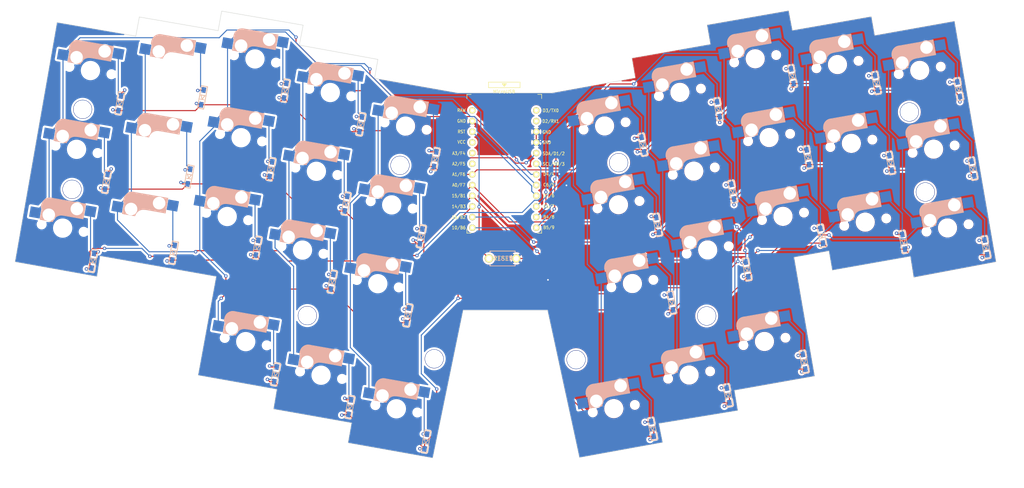
<source format=kicad_pcb>
(kicad_pcb (version 20221018) (generator pcbnew)
  (layers (0 "F.Cu" signal) (31 "B.Cu" signal) (34 "B.Paste" user) (35 "F.Paste" user) (36 "B.SilkS" user "B.Silkscreen") (37 "F.SilkS" user "F.Silkscreen") (38 "B.Mask" user) (39 "F.Mask" user) (44 "Edge.Cuts" user))
  (net 0 "")
  (net 1 "Row1")
  (net 2 "Net-(D1-A)")
  (net 3 "Net-(D2-A)")
  (net 4 "Net-(D3-A)")
  (net 5 "Net-(D4-A)")
  (net 6 "Net-(D5-A)")
  (net 7 "Net-(D6-A)")
  (net 8 "Net-(D7-A)")
  (net 9 "Net-(D8-A)")
  (net 10 "Net-(D9-A)")
  (net 11 "Net-(D10-A)")
  (net 12 "Row2")
  (net 13 "Net-(D11-A)")
  (net 14 "Net-(D12-A)")
  (net 15 "Net-(D13-A)")
  (net 16 "Net-(D14-A)")
  (net 17 "Net-(D15-A)")
  (net 18 "Net-(D16-A)")
  (net 19 "Net-(D17-A)")
  (net 20 "Net-(D18-A)")
  (net 21 "Net-(D19-A)")
  (net 22 "Net-(D20-A)")
  (net 23 "Row3")
  (net 24 "Net-(D21-A)")
  (net 25 "Net-(D22-A)")
  (net 26 "Net-(D23-A)")
  (net 27 "Net-(D24-A)")
  (net 28 "Net-(D25-A)")
  (net 29 "Net-(D26-A)")
  (net 30 "Net-(D27-A)")
  (net 31 "Net-(D28-A)")
  (net 32 "Net-(D29-A)")
  (net 33 "Net-(D30-A)")
  (net 34 "Row4")
  (net 35 "Net-(D31-A)")
  (net 36 "Net-(D32-A)")
  (net 37 "Net-(D33-A)")
  (net 38 "Net-(D34-A)")
  (net 39 "Net-(D35-A)")
  (net 40 "Net-(D36-A)")
  (net 41 "Column1")
  (net 42 "Column2")
  (net 43 "Column3")
  (net 44 "Column4")
  (net 45 "Column5")
  (net 46 "Column6")
  (net 47 "Column7")
  (net 48 "Column8")
  (net 49 "Column9")
  (net 50 "Column10")
  (net 51 "GND")
  (net 52 "Net-(U1-RST)")
  (net 57 "VCC")
  (footprint "kbd:CherryMX_Hotswap" (layer "F.Cu") (at 33.339352 87.973129 -10)
    (fp_text reference "SW21" hide)
    (fp_text value "SW_PUSH" hide)
  )
  (footprint "kbd:CherryMX_Hotswap" (layer "F.Cu") (at 72.514526 85.208831 -10)
    (fp_text reference "SW23" hide)
    (fp_text value "SW_PUSH" hide)
  )
  (footprint "kbd:CherryMX_Hotswap" (layer "F.Cu") (at 237.427311 50.410934 10)
    (fp_text reference "SW10" hide)
    (fp_text value "SW_PUSH" hide)
  )
  (footprint "kbd:CherryMX_Hotswap" (layer "F.Cu") (at 217.839723 49.028785 10)
    (fp_text reference "SW9" hide)
    (fp_text value "SW_PUSH" hide)
  )
  (footprint "kbd:CherryMX_Hotswap" (layer "F.Cu") (at 183.626546 74.405368 10)
    (fp_text reference "SW17" hide)
    (fp_text value "SW_PUSH" hide)
  )
  (footprint "kbd_Hole:m2_Spacer_Hole" (layer "F.Cu") (at 155.6 119.3)
    (fp_text reference "Ref**")
    (fp_text value "Val**")
  )
  (footprint "kbd:CherryMX_Hotswap" (layer "F.Cu") (at 201.560134 66.407223 10)
    (fp_text reference "SW18" hide)
    (fp_text value "SW_PUSH" hide)
  )
  (footprint "kbd:CherryMX_Hotswap" (layer "F.Cu") (at 94.866412 123.001856 -10)
    (fp_text reference "SW32" hide)
    (fp_text value "SW_PUSH" hide)
  )
  (footprint "kbd_Hole:m2_Spacer_Hole" (layer "F.Cu") (at 91.6 108.8)
    (fp_text reference "Ref**")
    (fp_text value "Val**")
  )
  (footprint "kbd_Hole:m2_Spacer_Hole" (layer "F.Cu") (at 121.8 119.1)
    (fp_text reference "Ref**")
    (fp_text value "Val**")
  )
  (footprint "kbd:CherryMX_Hotswap" (layer "F.Cu") (at 90.448114 93.206975 -10)
    (fp_text reference "SW24" hide)
    (fp_text value "SW_PUSH" hide)
  )
  (footprint "kbd:CherryMX_Hotswap" (layer "F.Cu") (at 112.8 131 -10)
    (fp_text reference "SW33" hide)
    (fp_text value "SW_PUSH" hide)
  )
  (footprint "kbd:CherryMX_Hotswap" (layer "F.Cu") (at 240.735308 69.171522 10)
    (fp_text reference "SW20" hide)
    (fp_text value "SW_PUSH" hide)
  )
  (footprint "kbd:CherryMX_Hotswap" (layer "F.Cu") (at 180.318548 55.64478 10)
    (fp_text reference "SW7" hide)
    (fp_text value "SW_PUSH" hide)
  )
  (footprint "kbd:CherryMX_Hotswap" (layer "F.Cu") (at 93.756112 74.446388 -10)
    (fp_text reference "SW14" hide)
    (fp_text value "SW_PUSH" hide)
  )
  (footprint "kbd_Hole:m2_Spacer_Hole" (layer "F.Cu") (at 234.95 60.325)
    (fp_text reference "Ref**")
    (fp_text value "Val**")
  )
  (footprint "kbd:CherryMX_Hotswap" (layer "F.Cu") (at 56.234937 67.830392 -10)
    (fp_text reference "SW12" hide)
    (fp_text value "SW_PUSH" hide)
  )
  (footprint "kbd_Hole:m2_Spacer_Hole" (layer "F.Cu") (at 186.7 108.9)
    (fp_text reference "Ref**")
    (fp_text value "Val**")
  )
  (footprint "kbd:CherryMX_Hotswap" (layer "F.Cu") (at 114.997698 63.683945 -10)
    (fp_text reference "SW5" hide)
    (fp_text value "SW_PUSH" hide)
  )
  (footprint "kbd:CherryMX_Hotswap" (layer "F.Cu") (at 52.926939 86.59098 -10)
    (fp_text reference "SW22" hide)
    (fp_text value "SW_PUSH" hide)
  )
  (footprint "kbd:CherryMX_Hotswap" (layer "F.Cu") (at 200.449835 114.962691 10)
    (fp_text reference "SW36" hide)
    (fp_text value "SW_PUSH" hide)
  )
  (footprint "kbd:CherryMX_Hotswap" (layer "F.Cu") (at 79.130522 47.687655 -10)
    (fp_text reference "SW3" hide)
    (fp_text value "SW_PUSH" hide)
  )
  (footprint "kbd_Hole:m2_Spacer_Hole" (layer "F.Cu") (at 238.76 79.375)
    (fp_text reference "Ref**")
    (fp_text value "Val**")
  )
  (footprint "kbd:CherryMX_Hotswap" (layer "F.Cu") (at 204.868132 85.167811 10)
    (fp_text reference "SW28" hide)
    (fp_text value "SW_PUSH" hide)
  )
  (footprint "kbd:CherryMX_Hotswap" (layer "F.Cu") (at 111.6897 82.444532 -10)
    (fp_text reference "SW15" hide)
    (fp_text value "SW_PUSH" hide)
  )
  (footprint "kbd:CherryMX_Hotswap" (layer "F.Cu") (at 39.955347 50.451953 -10)
    (fp_text reference "SW1" hide)
    (fp_text value "SW_PUSH" hide)
  )
  (footprint "kbd:CherryMX_Hotswap" (layer "F.Cu") (at 59.542935 49.069804 -10)
    (fp_text reference "SW2" hide)
    (fp_text value "SW_PUSH" hide)
  )
  (footprint "kbd:CherryMX_Hotswap" (layer "F.Cu") (at 198.252136 47.646636 10)
    (fp_text reference "SW8" hide)
    (fp_text value "SW_PUSH" hide)
  )
  (footprint "kbd:CherryMX_Hotswap" (layer "F.Cu") (at 36.64735 69.212541 -10)
    (fp_text reference "SW11" hide)
    (fp_text value "SW_PUSH" hide)
  )
  (footprint "kbd:CherryMX_Hotswap" (layer "F.Cu") (at 182.516246 122.960836 10)
    (fp_text reference "SW35" hide)
    (fp_text value "SW_PUSH" hide)
  )
  (footprint "kbd:CherryMX_Hotswap" (layer "F.Cu") (at 244.043306 87.932109 10)
    (fp_text reference "SW30" hide)
    (fp_text value "SW_PUSH" hide)
  )
  (footprint "kbd:ResetSW" (layer "F.Cu") (at 138.1 95.2)
    (fp_text reference "SW37" hide)
    (fp_text value "SW_PUSH")
  )
  (footprint "kbd:CherryMX_Hotswap" (layer "F.Cu") (at 165.692958 82.403513 10)
    (fp_text reference "SW16" hide)
    (fp_text value "SW_PUSH" hide)
  )
  (footprint "kbd_Hole:m2_Spacer_Hole" (layer "F.Cu") (at 35.56 78.74)
    (fp_text reference "Ref**")
    (fp_text value "Val**")
  )
  (footprint "kbd:CherryMX_Hotswap" (layer "F.Cu") (at 169.000955 101.1641 10)
    (fp_text reference "SW26" hide)
    (fp_text value "SW_PUSH" hide)
  )
  (footprint "kbd:CherryMX_Hotswap" (layer "F.Cu") (at 108.381703 101.20512 -10)
    (fp_text reference "SW25" hide)
    (fp_text value "SW_PUSH" hide)
  )
  (footprint "kbd:CherryMX_Hotswap" (layer "F.Cu") (at 75.822524 66.448243 -10)
    (fp_text reference "SW13" hide)
    (fp_text value "SW_PUSH" hide)
  )
  (footprint "kbd:ProMicro_v3.5" (layer "F.Cu") (at 138.5 74.425)
    (fp_text reference "U1" hide)
    (fp_text value "ProMicro_r" hide)
  )
  (footprint "kbd:CherryMX_Hotswap" (layer "F.Cu") (at 76.932823 115.003711 -10)
    (fp_text reference "SW31" hide)
    (fp_text value "SW_PUSH" hide)
  )
  (footprint "kbd:CherryMX_Hotswap" (layer "F.Cu") (at 162.38496 63.642925 10)
    (fp_text reference "SW6" hide)
    (fp_text value "SW_PUSH" hide)
  )
  (footprint "kbd:CherryMX_Hotswap" (layer "F.Cu") (at 97.06411 55.6858 -10)
    (fp_text reference "SW4" hide)
    (fp_text value "SW_PUSH" hide)
  )
  (footprint "kbd_Hole:m2_Spacer_Hole" (layer "F.Cu") (at 38.1 59.69)
    (fp_text reference "Ref**")
    (fp_text value "Val**")
  )
  (footprint "kbd:CherryMX_Hotswap" (layer "F.Cu") (at 164.582658 130.958981 10)
    (fp_text reference "SW34" hide)
    (fp_text value "SW_PUSH" hide)
  )
  (footprint "kbd:CherryMX_Hotswap" (layer "F.Cu") (at 186.934544 93.165956 10)
    (fp_text reference "SW27" hide)
    (fp_text value "SW_PUSH" hide)
  )
  (footprint "kbd_Hole:m2_Spacer_Hole" (layer "F.Cu") (at 113.665 73.025)
    (fp_text reference "Ref**")
    (fp_text value "Val**")
  )
  (footprint "kbd:CherryMX_Hotswap" (layer "F.Cu") (at 221.147721 67.789372 10)
    (fp_text reference "SW19" hide)
    (fp_text value "SW_PUSH" hide)
  )
  (footprint "kbd:CherryMX_Hotswap" (layer "F.Cu") (at 224.455719 86.54996 10)
    (fp_text reference "SW29" hide)
    (fp_text value "SW_PUSH" hide)
  )
  (footprint "kbd_Hole:m2_Spacer_Hole" (layer "F.Cu") (at 165.735 72.39)
    (fp_text reference "Ref**")
    (fp_text value "Val**")
  )
  (footprint "kbd:D3_SMD" (layer "B.Cu") (at 82.937983 73.945187 80)
    (fp_text reference "D13" hide)
    (fp_text value "D" hide)
  )
  (footprint "kbd:D3_SMD" (layer "B.Cu") (at 196.3 97.8 100)
    (fp_text reference "D27" hide)
    (fp_text value "D" hide)
  )
  (footprint "kbd:D3_SMD" (layer "B.Cu") (at 214.1 89.8 100)
    (fp_text reference "D28" hide)
    (fp_text value "D" hide)
  )
  (footprint "kbd:D3_SMD" (layer "B.Cu") (at 173.8 135.8 100)
    (fp_text reference "D34" hide)
    (fp_text value "D" hide)
  )
  (footprint "kbd:D3_SMD" (layer "B.Cu") (at 86.337983 55.245187 80)
    (fp_text reference "D3" hide)
    (fp_text value "D" hide)
  )
  (footprint "kbd:D3_SMD" (layer "B.Cu") (at 250.1 73.8 100)
    (fp_text reference "D20" hide)
    (fp_text value "D" hide)
  )
  (footprint "kbd:D3_SMD" (layer "B.Cu") (at 63.429757 75.693221 80)
    (fp_text reference "D12" hide)
    (fp_text value "D" hide)
  )
  (footprint "kbd:D3_SMD" (layer "B.Cu") (at 246.7 54.9 100)
    (fp_text reference "D10" hide)
    (fp_text value "D" hide)
  )
  (footprint "kbd:D3_SMD" (layer "B.Cu") (at 59.737983 93.845187 80)
    (fp_text reference "D22" hide)
    (fp_text value "D" hide)
  )
  (footprint "kbd:D3_SMD" (layer "B.Cu") (at 171.5 68.1 100)
    (fp_text reference "D6" hide)
    (fp_text value "D" hide)
  )
  (footprint "kbd:D3_SMD" (layer "B.Cu") (at 192.9 79.3 100)
    (fp_text reference "D17" hide)
    (fp_text value "D" hide)
  )
  (footprint "kbd:D3_SMD" (layer "B.Cu") (at 175 87.2 100)
    (fp_text reference "D16" hide)
    (fp_text value "D" hide)
  )
  (footprint "kbd:D3_SMD" (layer "B.Cu") (at 97.537983 100.745187 80)
    (fp_text reference "D24" hide)
    (fp_text value "D" hide)
  )
  (footprint "kbd:D3_SMD" (layer "B.Cu") (at 233.591774 91.251966 100)
    (fp_text reference "D29" hide)
    (fp_text value "D" hide)
  )
  (footprint "kbd:D3_SMD" (layer "B.Cu") (at 118.737983 89.945187 80)
    (fp_text reference "D15" hide)
    (fp_text value "D" hide)
  )
  (footprint "kbd:D3_SMD" (layer "B.Cu") (at 209.9 119.8 100)
    (fp_text reference "D36" hide)
    (fp_text value "D" hide)
  )
  (footprint "kbd:D3_SMD" (layer "B.Cu") (at 227.1 53.4 100)
    (fp_text reference "D9" hide)
    (fp_text value "D" hide)
  )
  (footprint "kbd:D3_SMD" (layer "B.Cu") (at 189.491774 59.651966 100)
    (fp_text reference "D7" hide)
    (fp_text value "D" hide)
  )
  (footprint "kbd:D3_SMD" (layer "B.Cu") (at 100.837983 82.145187 80)
    (fp_text reference "D14" hide)
    (fp_text value "D" hide)
  )
  (footprint "kbd:D3_SMD" (layer "B.Cu") (at 66.637983 56.845187 80)
    (fp_text reference "D2" hide)
    (fp_text value "D" hide)
  )
  (footprint "kbd:D3_SMD" (layer "B.Cu") (at 115.537983 108.745187 80)
    (fp_text reference "D25" hide)
    (fp_text value "D" hide)
  )
  (footprint "kbd:D3_SMD" (layer "B.Cu") (at 207.1 51.8 100)
    (fp_text reference "D8" hide)
    (fp_text value "D" hide)
  )
  (footprint "kbd:D3_SMD" (layer "B.Cu") (at 122.037983 71.545187 80)
    (fp_text reference "D5" hide)
    (fp_text value "D" hide)
  )
  (footprint "kbd:D3_SMD" (layer "B.Cu") (at 119.829757 138.793221 80)
    (fp_text reference "D33" hide)
    (fp_text value "D" hide)
  )
  (footprint "kbd:D3_SMD" (layer "B.Cu") (at 40.537983 95.745187 80)
    (fp_text reference "D21" hide)
    (fp_text value "D" hide)
  )
  (footprint "kbd:D3_SMD" (layer "B.Cu") (at 84.029757 122.793221 80)
    (fp_text reference "D31" hide)
    (fp_text value "D" hide)
  )
  (footprint "kbd:D3_SMD" (layer "B.Cu") (at 79.637983 92.645187 80)
    (fp_text reference "D23" hide)
    (fp_text value "D" hide)
  )
  (footprint "kbd:D3_SMD" (layer "B.Cu") (at 101.729757 130.593221 80)
    (fp_text reference "D32" hide)
    (fp_text value "D" hide)
  )
  (footprint "kbd:D3_SMD" (layer "B.Cu") (at 46.937983 58.245187 80)
    (fp_text reference "D1" hide)
    (fp_text value "D" hide)
  )
  (footprint "kbd:D3_SMD" (layer "B.Cu") (at 210.8 71.1 100)
    (fp_text reference "D18" hide)
    (fp_text value "D" hide)
  )
  (footprint "kbd:D3_SMD" (layer "B.Cu") (at 230.491774 72.451966 100)
    (fp_text reference "D19" hide)
    (fp_text value "D" hide)
  )
  (footprint "kbd:D3_SMD" (layer "B.Cu") (at 43.737983 76.945187 80)
    (fp_text reference "D11" hide)
    (fp_text value "D" hide)
  )
  (footprint "kbd:D3_SMD" (layer "B.Cu") (at 178.4 105.7 100)
    (fp_text reference "D26" hide)
    (fp_text value "D" hide)
  )
  (footprint "kbd:D3_SMD" (layer "B.Cu") (at 253.191774 92.551966 100)
    (fp_text reference "D30" hide)
    (fp_text value "D" hide)
  )
  (footprint "kbd:D3_SMD" (layer "B.Cu") (at 104.337983 63.245187 80)
    (fp_text reference "D4" hide)
    (fp_text value "D" hide)
  )
  (footprint "kbd:D3_SMD" (layer "B.Cu") (at 191.8 127.8 100)
    (fp_text reference "D35" hide)
    (fp_text value "D" hide)
  )
  (gr_line (start 216.6 98) (end 215.8 93.4) (stroke (width 0.1)) (layer "Edge.Cuts"))
  (gr_line (start 148.8 107.5) (end 156.4 142.6) (stroke (width 0.1)) (layer "Edge.Cuts"))
  (gr_line (start 149.9 55.8) (end 169.7 52.2) (stroke (width 0.1)) (layer "Edge.Cuts"))
  (gr_line (start 89.7 44.4) (end 108.4 47.8) (stroke (width 0.1)) (layer "Edge.Cuts"))
  (gr_line (start 193.3 126.6) (end 194.1 131.4) (stroke (width 0.1)) (layer "Edge.Cuts"))
  (gr_line (start 255.6 96) (end 236 99.7) (stroke (width 0.1)) (layer "Edge.Cuts"))
  (gr_line (start 169.7 52.2) (end 168.9 47.5) (stroke (width 0.1)) (layer "Edge.Cuts"))
  (gr_line (start 148.8 107.5) (end 128.7 107.5) (stroke (width 0.1)) (layer "Edge.Cuts"))
  (gr_line (start 83.55 131.05) (end 84.35 126.35) (stroke (width 0.1)) (layer "Edge.Cuts"))
  (gr_line (start 225.9 37.6) (end 226.7 42.1) (stroke (width 0.1)) (layer "Edge.Cuts"))
  (gr_line (start 176.2 139) (end 156.4 142.6) (stroke (width 0.1)) (layer "Edge.Cuts"))
  (gr_line (start 71.2 36.3) (end 70.35 40.95) (stroke (width 0.1)) (layer "Edge.Cuts"))
  (gr_line (start 207.5 94.9) (end 212.4 123.2) (stroke (width 0.1)) (layer "Edge.Cuts"))
  (gr_line (start 168.9 47.5) (end 187.6 44.2) (stroke (width 0.1)) (layer "Edge.Cuts"))
  (gr_line (start 65.6 123) (end 69.9 99.5) (stroke (width 0.1)) (layer "Edge.Cuts"))
  (gr_line (start 127.4 55.8) (end 149.9 55.8) (stroke (width 0.1)) (layer "Edge.Cuts"))
  (gr_line (start 50.75 42.25) (end 51.6 37.7) (stroke (width 0.1)) (layer "Edge.Cuts"))
  (gr_line (start 226.7 42.1) (end 245.7 38.7) (stroke (width 0.1)) (layer "Edge.Cuts"))
  (gr_line (start 32 39) (end 50.75 42.25) (stroke (width 0.1)) (layer "Edge.Cuts"))
  (gr_line (start 215.8 93.4) (end 207.5 94.9) (stroke (width 0.1)) (layer "Edge.Cuts"))
  (gr_line (start 128.7 107.5) (end 121.45 142.7) (stroke (width 0.1)) (layer "Edge.Cuts"))
  (gr_line (start 42.25 94.6) (end 41.5 99.5) (stroke (width 0.1)) (layer "Edge.Cuts"))
  (gr_line (start 121.45 142.7) (end 101.3 139.1) (stroke (width 0.1)) (layer "Edge.Cuts"))
  (gr_line (start 101.3 139.1) (end 102.15 134.35) (stroke (width 0.1)) (layer "Edge.Cuts"))
  (gr_line (start 41.5 99.5) (end 22 96) (stroke (width 0.1)) (layer "Edge.Cuts"))
  (gr_line (start 235.2 94.7) (end 216.6 98) (stroke (width 0.1)) (layer "Edge.Cuts"))
  (gr_line (start 175.3 134.5) (end 176.2 139) (stroke (width 0.1)) (layer "Edge.Cuts"))
  (gr_line (start 245.7 38.7) (end 255.6 96) (stroke (width 0.1)) (layer "Edge.Cuts"))
  (gr_line (start 207.1 40.9) (end 225.9 37.6) (stroke (width 0.1)) (layer "Edge.Cuts"))
  (gr_line (start 187.6 44.2) (end 186.8 39.6) (stroke (width 0.1)) (layer "Edge.Cuts"))
  (gr_line (start 108.4 47.8) (end 107.6 52.3) (stroke (width 0.1)) (layer "Edge.Cuts"))
  (gr_line (start 84.35 126.35) (end 65.6 123) (stroke (width 0.1)) (layer "Edge.Cuts"))
  (gr_line (start 69.9 99.5) (end 42.25 94.6) (stroke (width 0.1)) (layer "Edge.Cuts"))
  (gr_line (start 90.6 39.65) (end 89.7 44.4) (stroke (width 0.1)) (layer "Edge.Cuts"))
  (gr_line (start 236 99.7) (end 235.2 94.7) (stroke (width 0.1)) (layer "Edge.Cuts"))
  (gr_line (start 22 96) (end 32 39) (stroke (width 0.1)) (layer "Edge.Cuts"))
  (gr_line (start 194.1 131.4) (end 175.3 134.5) (stroke (width 0.1)) (layer "Edge.Cuts"))
  (gr_line (start 212.4 123.2) (end 193.3 126.6) (stroke (width 0.1)) (layer "Edge.Cuts"))
  (gr_line (start 186.8 39.6) (end 206.2 36.2) (stroke (width 0.1)) (layer "Edge.Cuts"))
  (gr_line (start 107.6 52.3) (end 127.4 55.8) (stroke (width 0.1)) (layer "Edge.Cuts"))
  (gr_line (start 102.15 134.35) (end 83.55 131.05) (stroke (width 0.1)) (layer "Edge.Cuts"))
  (gr_line (start 71.2 36.3) (end 90.6 39.65) (stroke (width 0.1)) (layer "Edge.Cuts"))
  (gr_line (start 207.1 40.9) (end 206.2 36.2) (stroke (width 0.1)) (layer "Edge.Cuts"))
  (gr_line (start 51.6 37.7) (end 70.35 40.95) (stroke (width 0.1)) (layer "Edge.Cuts"))
  (segment (start 84.429757 58.593221) (end 86.029757 56.993221) (width 0.25) (layer "F.Cu") (net 1))
  (segment (start 123.623536 75.187) (end 130.8914 75.187) (width 0.25) (layer "F.Cu") (net 1))
  (segment (start 225.808226 53.548034) (end 227.408226 55.148034) (width 0.25) (layer "F.Cu") (net 1))
  (segment (start 112.017889 64.77) (end 120.54111 73.293221) (width 0.25) (layer "F.Cu") (net 1))
  (segment (start 207.408226 53.548034) (end 207.408226 54.191774) (width 0.25) (layer "F.Cu") (net 1))
  (segment (start 121.729757 73.293221) (end 123.623536 75.187) (width 0.25) (layer "F.Cu") (net 1))
  (segment (start 160.02 69.215) (end 171.175192 69.215) (width 0.25) (layer "F.Cu") (net 1))
  (segment (start 120.54111 73.293221) (end 121.729757 73.293221) (width 0.25) (layer "F.Cu") (net 1))
  (segment (start 86.029757 56.993221) (end 84.993221 56.993221) (width 0.25) (layer "F.Cu") (net 1))
  (segment (start 189.8 61.4) (end 189.8 62.8) (width 0.25) (layer "F.Cu") (net 1))
  (segment (start 104.029757 64.993221) (end 104.252978 64.77) (width 0.25) (layer "F.Cu") (net 1))
  (segment (start 86.029757 56.993221) (end 94.029757 64.993221) (width 0.25) (layer "F.Cu") (net 1))
  (segment (start 104.029757 64.993221) (end 103.393221 64.993221) (width 0.25) (layer "F.Cu") (net 1))
  (segment (start 130.8914 75.187) (end 131.9784 74.1) (width 0.25) (layer "F.Cu") (net 1))
  (segment (start 94.029757 64.993221) (end 104.029757 64.993221) (width 0.25) (layer "F.Cu") (net 1))
  (segment (start 227.408226 55.148034) (end 245.508226 55.148034) (width 0.25) (layer "F.Cu") (net 1))
  (segment (start 247.008226 56.648034) (end 247.008226 57.891774) (width 0.25) (layer "F.Cu") (net 1))
  (segment (start 171.175192 69.215) (end 171.808226 69.848034) (width 0.25) (layer "F.Cu") (net 1))
  (segment (start 170.248034 69.848034) (end 170.2 69.8) (width 0.25) (layer "F.Cu") (net 1))
  (segment (start 121.729757 73.293221) (end 121.729757 73.770243) (width 0.25) (layer "F.Cu") (net 1))
  (segment (start 64.929757 59.993221) (end 66.329757 58.593221) (width 0.25) (layer "F.Cu") (net 1))
  (segment (start 65.493221 58.593221) (end 65.2 58.3) (width 0.25) (layer "F.Cu") (net 1))
  (segment (start 171.808226 69.848034) (end 170.248034 69.848034) (width 0.25) (layer "F.Cu") (net 1))
  (segment (start 84.993221 56.993221) (end 84.9 56.9) (width 0.25) (layer "F.Cu") (net 1))
  (segment (start 207.408226 54.191774) (end 206.8 54.8) (width 0.25) (layer "F.Cu") (net 1))
  (segment (start 121.729757 73.770243) (end 121 74.5) (width 0.25) (layer "F.Cu") (net 1))
  (segment (start 245.508226 55.148034) (end 247.008226 56.648034) (width 0.25) (layer "F.Cu") (net 1))
  (segment (start 66.329757 58.593221) (end 65.493221 58.593221) (width 0.25) (layer "F.Cu") (net 1))
  (segment (start 247.008226 57.891774) (end 247 57.9) (width 0.25) (layer "F.Cu") (net 1))
  (segment (start 180.25626 61.4) (end 189.8 61.4) (width 0.25) (layer "F.Cu") (net 1))
  (segment (start 197.651966 53.548034) (end 207.408226 53.548034) (width 0.25) (layer "F.Cu") (net 1))
  (segment (start 131.9784 74.1) (end 155.135 74.1) (width 0.25) (layer "F.Cu") (net 1))
  (segment (start 104.252978 64.77) (end 112.017889 64.77) (width 0.25) (layer "F.Cu") (net 1))
  (segment (start 189.8 61.4) (end 197.651966 53.548034) (width 0.25) (layer "F.Cu") (net 1))
  (segment (start 207.408226 53.548034) (end 225.808226 53.548034) (width 0.25) (layer "F.Cu") (net 1))
  (segment (start 66.329757 58.593221) (end 84.429757 58.593221) (width 0.25) (layer "F.Cu") (net 1))
  (segment (start 46.629757 59.993221) (end 64.929757 59.993221) (width 0.25) (layer "F.Cu") (net 1))
  (segment (start 45.493221 59.993221) (end 45.3 59.8) (width 0.25) (layer "F.Cu") (net 1))
  (segment (start 227.408226 55.148034) (end 226.251966 55.148034) (width 0.25) (layer "F.Cu") (net 1))
  (segment (start 155.135 74.1) (end 160.02 69.215) (width 0.25) (layer "F.Cu") (net 1))
  (segment (start 171.808226 69.848034) (end 180.25626 61.4) (width 0.25) (layer "F.Cu") (net 1))
  (segment (start 46.629757 59.993221) (end 45.493221 59.993221) (width 0.25) (layer "F.Cu") (net 1))
  (segment (start 226.251966 55.148034) (end 226 55.4) (width 0.25) (layer "F.Cu") (net 1))
  (segment (start 103.393221 64.993221) (end 102.7 64.3) (width 0.25) (layer "F.Cu") (net 1))
  (via (at 226 55.4) (size 0.8) (drill 0.4) (layers "F.Cu" "B.Cu") (net 1))
  (via (at 45.3 59.8) (size 0.8) (drill 0.4) (layers "F.Cu" "B.Cu") (net 1))
  (via (at 206.8 54.8) (size 0.8) (drill 0.4) (layers "F.Cu" "B.Cu") (net 1))
  (via (at 247 57.9) (size 0.8) (drill 0.4) (layers "F.Cu" "B.Cu") (net 1))
  (via (at 170.2 69.8) (size 0.8) (drill 0.4) (layers "F.Cu" "B.Cu") (net 1))
  (via (at 102.7 64.3) (size 0.8) (drill 0.4) (layers "F.Cu" "B.Cu") (net 1))
  (via (at 121 74.5) (size 0.8) (drill 0.4) (layers "F.Cu" "B.Cu") (net 1))
  (via (at 65.2 58.3) (size 0.8) (drill 0.4) (layers "F.Cu" "B.Cu") (net 1))
  (via (at 84.9 56.9) (size 0.8) (drill 0.4) (layers "F.Cu" "B.Cu") (net 1))
  (via (at 189.8 62.8) (size 0.8) (drill 0.4) (layers "F.Cu" "B.Cu") (net 1))
  (segment (start 85.936536 56.9) (end 86.029757 56.993221) (width 0.25) (layer "B.Cu") (net 1))
  (segment (start 66.036536 58.3) (end 66.329757 58.593221) (width 0.25) (layer "B.Cu") (net 1))
  (segment (start 65.2 58.3) (end 66.036536 58.3) (width 0.25) (layer "B.Cu") (net 1))
  (segment (start 121 74.022978) (end 121.729757 73.293221) (width 0.25) (layer "B.Cu") (net 1))
  (segment (start 103.336536 64.3) (end 104.029757 64.993221) (width 0.25) (layer "B.Cu") (net 1))
  (segment (start 247 57.9) (end 247 56.65626) (width 0.25) (layer "B.Cu") (net 1))
  (segment (start 171.760192 69.8) (end 171.808226 69.848034) (width 0.25) (layer "B.Cu") (net 1))
  (segment (start 247 56.65626) (end 247.008226 56.648034) (width 0.25) (layer "B.Cu") (net 1))
  (segment (start 84.9 56.9) (end 85.936536 56.9) (width 0.25) (layer "B.Cu") (net 1))
  (segment (start 226 55.4) (end 227.15626 55.4) (width 0.25) (layer "B.Cu") (net 1))
  (segment (start 227.15626 55.4) (end 227.408226 55.148034) (width 0.25) (layer "B.Cu") (net 1))
  (segment (start 170.2 69.8) (end 171.760192 69.8) (width 0.25) (layer "B.Cu") (net 1))
  (segment (start 46.436536 59.8) (end 46.629757 59.993221) (width 0.25) (layer "B.Cu") (net 1))
  (segment (start 121 74.5) (end 121 74.022978) (width 0.25) (layer "B.Cu") (net 1))
  (segment (start 102.7 64.3) (end 103.336536 64.3) (width 0.25) (layer "B.Cu") (net 1))
  (segment (start 206.8 54.15626) (end 207.408226 53.548034) (width 0.25) (layer "B.Cu") (net 1))
  (segment (start 45.3 59.8) (end 46.436536 59.8) (width 0.25) (layer "B.Cu") (net 1))
  (segment (start 189.8 62.8) (end 189.8 61.4) (width 0.25) (layer "B.Cu") (net 1))
  (segment (start 206.8 54.8) (end 206.8 54.15626) (width 0.25) (layer "B.Cu") (net 1))
  (segment (start 47.246209 56.497153) (end 47.246209 55.953791) (width 0.25) (layer "F.Cu") (net 2))
  (segment (start 47.246209 55.953791) (end 48.1 55.1) (width 0.25) (layer "F.Cu") (net 2))
  (via (at 48.1 55.1) (size 0.8) (drill 0.4) (layers "F.Cu" "B.Cu") (net 2))
  (segment (start 46.590727 55.841671) (end 47.246209 56.497153) (width 0.25) (layer "B.Cu") (net 2))
  (segment (start 48.1 55.1) (end 48.1 55.643362) (width 0.25) (layer "B.Cu") (net 2))
  (segment (start 46.590727 46.463582) (end 46.590727 55.841671) (width 0.25) (layer "B.Cu") (net 2))
  (segment (start 48.1 55.643362) (end 47.246209 56.497153) (width 0.25) (layer "B.Cu") (net 2))
  (segment (start 65.602847 55.097153) (end 65.5 55.2) (width 0.25) (layer "F.Cu") (net 3))
  (segment (start 66.946209 55.097153) (end 65.602847 55.097153) (width 0.25) (layer "F.Cu") (net 3))
  (via (at 65.5 55.2) (size 0.8) (drill 0.4) (layers "F.Cu" "B.Cu") (net 3))
  (segment (start 66.843362 55.2) (end 66.946209 55.097153) (width 0.25) (layer "B.Cu") (net 3))
  (segment (start 66.178315 54.329259) (end 66.946209 55.097153) (width 0.25) (layer "B.Cu") (net 3))
  (segment (start 65.5 55.2) (end 66.843362 55.2) (width 0.25) (layer "B.Cu") (net 3))
  (segment (start 66.178315 45.081433) (end 66.178315 54.329259) (width 0.25) (layer "B.Cu") (net 3))
  (segment (start 85.502847 53.497153) (end 85.4 53.6) (width 0.25) (layer "F.Cu") (net 4))
  (segment (start 86.646209 53.497153) (end 85.502847 53.497153) (width 0.25) (layer "F.Cu") (net 4))
  (via (at 85.4 53.6) (size 0.8) (drill 0.4) (layers "F.Cu" "B.Cu") (net 4))
  (segment (start 85.765902 43.699284) (end 85.765902 52.616846) (width 0.25) (layer "B.Cu") (net 4))
  (segment (start 86.543362 53.6) (end 86.646209 53.497153) (width 0.25) (layer "B.Cu") (net 4))
  (segment (start 85.4 53.6) (end 86.543362 53.6) (width 0.25) (layer "B.Cu") (net 4))
  (segment (start 85.765902 52.616846) (end 86.646209 53.497153) (width 0.25) (layer "B.Cu") (net 4))
  (segment (start 104.646209 61.497153) (end 103.397153 61.497153) (width 0.25) (layer "F.Cu") (net 5))
  (segment (start 103.397153 61.497153) (end 103.3 61.4) (width 0.25) (layer "F.Cu") (net 5))
  (via (at 103.3 61.4) (size 0.8) (drill 0.4) (layers "F.Cu" "B.Cu") (net 5))
  (segment (start 103.69949 51.697429) (end 103.69949 60.550434) (width 0.25) (layer "B.Cu") (net 5))
  (segment (start 103.3 61.4) (end 104.549056 61.4) (width 0.25) (layer "B.Cu") (net 5))
  (segment (start 103.69949 60.550434) (end 104.646209 61.497153) (width 0.25) (layer "B.Cu") (net 5))
  (segment (start 104.549056 61.4) (end 104.646209 61.497153) (width 0.25) (layer "B.Cu") (net 5))
  (segment (start 120.897153 69.797153) (end 120.6 69.5) (width 0.25) (layer "F.Cu") (net 6))
  (segment (start 122.346209 69.797153) (end 120.897153 69.797153) (width 0.25) (layer "F.Cu") (net 6))
  (via (at 120.6 69.5) (size 0.8) (drill 0.4) (layers "F.Cu" "B.Cu") (net 6))
  (segment (start 120.6 69.5) (end 122.049056 69.5) (width 0.25) (layer "B.Cu") (net 6))
  (segment (start 121.633078 59.695574) (end 121.633078 69.084022) (width 0.25) (layer "B.Cu") (net 6))
  (segment (start 122.049056 69.5) (end 122.346209 69.797153) (width 0.25) (layer "B.Cu") (net 6))
  (segment (start 121.633078 69.084022) (end 122.346209 69.797153) (width 0.25) (layer "B.Cu") (net 6))
  (segment (start 169.748034 66.351966) (end 169.5 66.6) (width 0.25) (layer "F.Cu") (net 7))
  (segment (start 171.191774 66.351966) (end 169.748034 66.351966) (width 0.25) (layer "F.Cu") (net 7))
  (via (at 169.5 66.6) (size 0.8) (drill 0.4) (layers "F.Cu" "B.Cu") (net 7))
  (segment (start 171.191774 61.561349) (end 171.191774 66.351966) (width 0.25) (layer "B.Cu") (net 7))
  (segment (start 169.5 66.6) (end 170.94374 66.6) (width 0.25) (layer "B.Cu") (net 7))
  (segment (start 167.256074 57.625649) (end 171.191774 61.561349) (width 0.25) (layer "B.Cu") (net 7))
  (segment (start 170.94374 66.6) (end 171.191774 66.351966) (width 0.25) (layer "B.Cu") (net 7))
  (segment (start 187.896068 57.903932) (end 187.8 58) (width 0.25) (layer "F.Cu") (net 8))
  (segment (start 189.183548 57.903932) (end 187.896068 57.903932) (width 0.25) (layer "F.Cu") (net 8))
  (via (at 187.8 58) (size 0.8) (drill 0.4) (layers "F.Cu" "B.Cu") (net 8))
  (segment (start 185.189662 49.627504) (end 189.183548 53.62139) (width 0.25) (layer "B.Cu") (net 8))
  (segment (start 187.8 58) (end 189.08748 58) (width 0.25) (layer "B.Cu") (net 8))
  (segment (start 189.183548 53.62139) (end 189.183548 57.903932) (width 0.25) (layer "B.Cu") (net 8))
  (segment (start 189.08748 58) (end 189.183548 57.903932) (width 0.25) (layer "B.Cu") (net 8))
  (segment (start 206.791774 50.051966) (end 205.651966 50.051966) (width 0.25) (layer "F.Cu") (net 9))
  (segment (start 205.651966 50.051966) (end 205.6 50) (width 0.25) (layer "F.Cu") (net 9))
  (via (at 205.6 50) (size 0.8) (drill 0.4) (layers "F.Cu" "B.Cu") (net 9))
  (segment (start 205.6 50) (end 206.739808 50) (width 0.25) (layer "B.Cu") (net 9))
  (segment (start 206.791774 45.297884) (end 206.791774 50.051966) (width 0.25) (layer "B.Cu") (net 9))
  (segment (start 203.12325 41.62936) (end 206.791774 45.297884) (width 0.25) (layer "B.Cu") (net 9))
  (segment (start 206.739808 50) (end 206.791774 50.051966) (width 0.25) (layer "B.Cu") (net 9))
  (segment (start 226.791774 51.651966) (end 225.348034 51.651966) (width 0.25) (layer "F.Cu") (net 10))
  (segment (start 225.348034 51.651966) (end 225.3 51.7) (width 0.25) (layer "F.Cu") (net 10))
  (via (at 225.3 51.7) (size 0.8) (drill 0.4) (layers "F.Cu" "B.Cu") (net 10))
  (segment (start 225.3 51.7) (end 226.74374 51.7) (width 0.25) (layer "B.Cu") (net 10))
  (segment (start 222.710837 43.011509) (end 226.791774 47.092446) (width 0.25) (layer "B.Cu") (net 10))
  (segment (start 226.791774 47.092446) (end 226.791774 51.651966) (width 0.25) (layer "B.Cu") (net 10))
  (segment (start 226.74374 51.7) (end 226.791774 51.651966) (width 0.25) (layer "B.Cu") (net 10))
  (segment (start 246.391774 53.151966) (end 244.648034 53.151966) (width 0.25) (layer "F.Cu") (net 11))
  (segment (start 244.648034 53.151966) (end 244.6 53.2) (width 0.25) (layer "F.Cu") (net 11))
  (via (at 244.6 53.2) (size 0.8) (drill 0.4) (layers "F.Cu" "B.Cu") (net 11))
  (segment (start 246.391774 48.487007) (end 246.391774 53.151966) (width 0.25) (layer "B.Cu") (net 11))
  (segment (start 244.6 53.2) (end 246.34374 53.2) (width 0.25) (layer "B.Cu") (net 11))
  (segment (start 246.34374 53.2) (end 246.391774 53.151966) (width 0.25) (layer "B.Cu") (net 11))
  (segment (start 242.298425 44.393658) (end 246.391774 48.487007) (width 0.25) (layer "B.Cu") (net 11))
  (segment (start 201.408226 72.848034) (end 211.108226 72.848034) (width 0.25) (layer "F.Cu") (net 12))
  (segment (start 172.860192 86.5) (end 175.308226 88.948034) (width 0.25) (layer "F.Cu") (net 12))
  (segment (start 193.208226 81.048034) (end 193.208226 82.391774) (width 0.25) (layer "F.Cu") (net 12))
  (segment (start 108.329757 91.693221) (end 118.429757 91.693221) (width 0.25) (layer "F.Cu") (net 12))
  (segment (start 63.121531 77.441255) (end 80.881723 77.441255) (width 0.25) (layer "F.Cu") (net 12))
  (segment (start 249.060192 74.2) (end 250.408226 75.548034) (width 0.25) (layer "F.Cu") (net 12))
  (segment (start 250.408226 75.548034) (end 249.351966 75.548034) (width 0.25) (layer "F.Cu") (net 12))
  (segment (start 139.6644 86.5) (end 172.860192 86.5) (width 0.25) (layer "F.Cu") (net 12))
  (segment (start 175.308226 88.948034) (end 174.451966 88.948034) (width 0.25) (layer "F.Cu") (net 12))
  (segment (start 82.629757 75.693221) (end 81.793221 75.693221) (width 0.25) (layer "F.Cu") (net 12))
  (segment (start 193.208226 81.048034) (end 201.408226 72.848034) (width 0.25) (layer "F.Cu") (net 12))
  (segment (start 100.529757 83.893221) (end 108.329757 91.693221) (width 0.25) (layer "F.Cu") (net 12))
  (segment (start 130.8914 77.727) (end 139.6644 86.5) (width 0.25) (layer "F.Cu") (net 12))
  (segment (start 100.529757 83.893221) (end 100.393221 83.893221) (width 0.25) (layer "F.Cu") (net 12))
  (segment (start 211.108226 72.848034) (end 210.751966 72.848034) (width 0.25) (layer "F.Cu") (net 12))
  (segment (start 210.751966 72.848034) (end 209.9 73.7) (width 0.25) (layer "F.Cu") (net 12))
  (segment (start 229.448034 72.848034) (end 230.8 74.2) (width 0.25) (layer "F.Cu") (net 12))
  (segment (start 82.629757 75.693221) (end 90.829757 83.893221) (width 0.25) (layer "F.Cu") (net 12))
  (segment (start 63.121531 77.441255) (end 61.841255 77.441255) (width 0.25) (layer "F.Cu") (net 12))
  (segment (start 117.693221 91.693221) (end 116.8 90.8) (width 0.25) (layer "F.Cu") (net 12))
  (segment (start 249.351966 75.548034) (end 249.3 75.6) (width 0.25) (layer "F.Cu") (net 12))
  (segment (start 230.8 74.2) (end 249.060192 74.2) (width 0.25) (layer "F.Cu") (net 12))
  (segment (start 229.8 74.2) (end 229.6 74.4) (width 0.25) (layer "F.Cu") (net 12))
  (segment (start 124.6 85.522978) (end 124.6 84.0184) (width 0.25) (layer "F.Cu") (net 12))
  (segment (start 118.429757 91.693221) (end 117.693221 91.693221) (width 0.25) (layer "F.Cu") (net 12))
  (segment (start 230.8 74.2) (end 229.8 74.2) (width 0.25) (layer "F.Cu") (net 12))
  (segment (start 100.393221 83.893221) (end 99.6 83.1) (width 0.25) (layer "F.Cu") (net 12))
  (segment (start 175.308226 88.948034) (end 183.208226 81.048034) (width 0.25) (layer "F.Cu") (net 12))
  (segment (start 43.429757 78.693221) (end 61.869565 78.693221) (width 0.25) (layer "F.Cu") (net 12))
  (segment (start 193.208226 82.391774) (end 193.2 82.4) (width 0.25) (layer "F.Cu") (net 12))
  (segment (start 118.429757 91.693221) (end 124.6 85.522978) (width 0.25) (layer "F.Cu") (net 12))
  (segment (start 183.208226 81.048034) (end 193.208226 81.048034) (width 0.25) (layer "F.Cu") (net 12))
  (segment (start 61.841255 77.441255) (end 61.5 77.1) (width 0.25) (layer "F.Cu") (net 12))
  (segment (start 124.6 84.0184) (end 130.8914 77.727) (width 0.25) (layer "F.Cu") (net 12))
  (segment (start 80.881723 77.441255) (end 82.629757 75.693221) (width 0.25) (layer "F.Cu") (net 12))
  (segment (start 42.693221 78.693221) (end 42.4 78.4) (width 0.25) (layer "F.Cu") (net 12))
  (segment (start 174.451966 88.948034) (end 173.9 89.5) (width 0.25) (layer "F.Cu") (net 12))
  (segment (start 61.869565 78.693221) (end 63.121531 77.441255) (width 0.25) (layer "F.Cu") (net 12))
  (segment (start 211.108226 72.848034) (end 229.448034 72.848034) (width 0.25) (layer "F.Cu") (net 12))
  (segment (start 81.793221 75.693221) (end 81.4 75.3) (width 0.25) (layer "F.Cu") (net 12))
  (segment (start 90.829757 83.893221) (end 100.529757 83.893221) (width 0.25) (layer "F.Cu") (net 12))
  (segment (start 43.429757 78.693221) (end 42.693221 78.693221) (width 0.25) (layer "F.Cu") (net 12))
  (via (at 209.9 73.7) (size 0.8) (drill 0.4) (layers "F.Cu" "B.Cu") (net 12))
  (via (at 249.3 75.6) (size 0.8) (drill 0.4) (layers "F.Cu" "B.Cu") (net 12))
  (via (at 173.9 89.5) (size 0.8) (drill 0.4) (layers "F.Cu" "B.Cu") (net 12))
  (via (at 116.8 90.8) (size 0.8) (drill 0.4) (layers "F.Cu" "B.Cu") (net 12))
  (via (at 61.5 77.1) (size 0.8) (drill 0.4) (layers "F.Cu" "B.Cu") (net 12))
  (via (at 42.4 78.4) (size 0.8) (drill 0.4) (layers "F.Cu" "B.Cu") (net 12))
  (via (at 99.6 83.1) (size 0.8) (drill 0.4) (layers "F.Cu" "B.Cu") (net 12))
  (via (at 229.6 74.4) (size 0.8) (drill 0.4) (layers "F.Cu" "B.Cu") (net 12))
  (via (at 81.4 75.3) (size 0.8) (drill 0.4) (layers "F.Cu" "B.Cu") (net 12))
  (via (at 193.2 82.4) (size 0.8) (drill 0.4) (layers "F.Cu" "B.Cu") (net 12))
  (segment (start 82.236536 75.3) (end 82.629757 75.693221) (width 0.25) (layer "B.Cu") (net 12))
  (segment (start 209.9 73.7) (end 210.25626 73.7) (width 0.25) (layer "B.Cu") (net 12))
  (segment (start 99.736536 83.1) (end 100.529757 83.893221) (width 0.25) (layer "B.Cu") (net 12))
  (segment (start 193.2 81.05626) (end 193.208226 81.048034) (width 0.25) (layer "B.Cu") (net 12))
  (segment (start 61.5 77.1) (end 62.780276 77.1) (width 0.25) (layer "B.Cu") (net 12))
  (segment (start 210.25626 73.7) (end 211.108226 72.848034) (width 0.25) (layer "B.Cu") (net 12))
  (segment (start 250.35626 75.6) (end 250.408226 75.548034) (width 0.25) (layer "B.Cu") (net 12))
  (segment (start 230.6 74.4) (end 230.8 74.2) (width 0.25) (layer "B.Cu") (net 12))
  (segment (start 173.9 89.5) (end 174.75626 89.5) (width 0.25) (layer "B.Cu") (net 12))
  (segment (start 193.2 82.4) (end 193.2 81.05626) (width 0.25) (layer "B.Cu") (net 12))
  (segment (start 43.136536 78.4) (end 43.429757 78.693221) (width 0.25) (layer "B.Cu") (net 12))
  (segment (start 42.4 78.4) (end 43.136536 78.4) (width 0.25) (layer "B.Cu") (net 12))
  (segment (start 99.6 83.1) (end 99.736536 83.1) (width 0.25) (layer "B.Cu") (net 12))
  (segment (start 62.780276 77.1) (end 63.121531 77.441255) (width 0.25) (layer "B.Cu") (net 12))
  (segment (start 229.6 74.4) (end 230.6 74.4) (width 0.25) (layer "B.Cu") (net 12))
  (segment (start 81.4 75.3) (end 82.236536 75.3) (width 0.25) (layer "B.Cu") (net 12))
  (segment (start 174.75626 89.5) (end 175.308226 88.948034) (width 0.25) (layer "B.Cu") (net 12))
  (segment (start 249.3 75.6) (end 250.35626 75.6) (width 0.25) (layer "B.Cu") (net 12))
  (segment (start 116.8 90.8) (end 117.536536 90.8) (width 0.25) (layer "B.Cu") (net 12))
  (segment (start 117.536536 90.8) (end 118.429757 91.693221) (width 0.25) (layer "B.Cu") (net 12))
  (segment (start 44.046209 75.197153) (end 44.046209 74.753791) (width 0.25) (layer "F.Cu") (net 13))
  (segment (start 44.046209 74.753791) (end 44.9 73.9) (width 0.25) (layer "F.Cu") (net 13))
  (via (at 44.9 73.9) (size 0.8) (drill 0.4) (layers "F.Cu" "B.Cu") (net 13))
  (segment (start 43.28273 74.433674) (end 44.046209 75.197153) (width 0.25) (layer "B.Cu") (net 13))
  (segment (start 43.28273 65.22417) (end 43.28273 74.433674) (width 0.25) (layer "B.Cu") (net 13))
  (segment (start 44.9 74.343362) (end 44.046209 75.197153) (width 0.25) (layer "B.Cu") (net 13))
  (segment (start 44.9 73.9) (end 44.9 74.343362) (width 0.25) (layer "B.Cu") (net 13))
  (segment (start 63.737983 73.945187) (end 62.654813 73.945187) (width 0.25) (layer "F.Cu") (net 14))
  (segment (start 62.654813 73.945187) (end 62.5 74.1) (width 0.25) (layer "F.Cu") (net 14))
  (via (at 62.5 74.1) (size 0.8) (drill 0.4) (layers "F.Cu" "B.Cu") (net 14))
  (segment (start 62.870317 73.077521) (end 63.737983 73.945187) (width 0.25) (layer "B.Cu") (net 14))
  (segment (start 63.58317 74.1) (end 63.737983 73.945187) (width 0.25) (layer "B.Cu") (net 14))
  (segment (start 62.870317 63.842021) (end 62.870317 73.077521) (width 0.25) (layer "B.Cu") (net 14))
  (segment (start 62.5 74.1) (end 63.58317 74.1) (width 0.25) (layer "B.Cu") (net 14))
  (segment (start 82.297153 72.197153) (end 82.2 72.1) (width 0.25) (layer "F.Cu") (net 15))
  (segment (start 83.246209 72.197153) (end 82.297153 72.197153) (width 0.25) (layer "F.Cu") (net 15))
  (via (at 82.2 72.1) (size 0.8) (drill 0.4) (layers "F.Cu" "B.Cu") (net 15))
  (segment (start 82.2 72.1) (end 83.149056 72.1) (width 0.25) (layer "B.Cu") (net 15))
  (segment (start 83.149056 72.1) (end 83.246209 72.197153) (width 0.25) (layer "B.Cu") (net 15))
  (segment (start 82.457904 71.408848) (end 83.246209 72.197153) (width 0.25) (layer "B.Cu") (net 15))
  (segment (start 82.457904 62.459872) (end 82.457904 71.408848) (width 0.25) (layer "B.Cu") (net 15))
  (segment (start 101.146209 80.397153) (end 100.002847 80.397153) (width 0.25) (layer "F.Cu") (net 16))
  (segment (start 100.002847 80.397153) (end 100 80.4) (width 0.25) (layer "F.Cu") (net 16))
  (via (at 100 80.4) (size 0.8) (drill 0.4) (layers "F.Cu" "B.Cu") (net 16))
  (segment (start 101.143362 80.4) (end 101.146209 80.397153) (width 0.25) (layer "B.Cu") (net 16))
  (segment (start 100 80.4) (end 101.143362 80.4) (width 0.25) (layer "B.Cu") (net 16))
  (segment (start 100.391492 79.642436) (end 101.146209 80.397153) (width 0.25) (layer "B.Cu") (net 16))
  (segment (start 100.391492 70.458017) (end 100.391492 79.642436) (width 0.25) (layer "B.Cu") (net 16))
  (segment (start 119.046209 88.197153) (end 117.797153 88.197153) (width 0.25) (layer "F.Cu") (net 17))
  (segment (start 117.797153 88.197153) (end 117.7 88.1) (width 0.25) (layer "F.Cu") (net 17))
  (via (at 117.7 88.1) (size 0.8) (drill 0.4) (layers "F.Cu" "B.Cu") (net 17))
  (segment (start 118.32508 87.476024) (end 119.046209 88.197153) (width 0.25) (layer "B.Cu") (net 17))
  (segment (start 118.32508 78.456161) (end 118.32508 87.476024) (width 0.25) (layer "B.Cu") (net 17))
  (segment (start 118.949056 88.1) (end 119.046209 88.197153) (width 0.25) (layer "B.Cu") (net 17))
  (segment (start 117.7 88.1) (end 118.949056 88.1) (width 0.25) (layer "B.Cu") (net 17))
  (segment (start 174.691774 85.451966) (end 173.751966 85.451966) (width 0.25) (layer "F.Cu") (net 18))
  (segment (start 173.751966 85.451966) (end 173.5 85.2) (width 0.25) (layer "F.Cu") (net 18))
  (via (at 173.5 85.2) (size 0.8) (drill 0.4) (layers "F.Cu" "B.Cu") (net 18))
  (segment (start 174.439808 85.2) (end 174.691774 85.451966) (width 0.25) (layer "B.Cu") (net 18))
  (segment (start 170.564072 76.386237) (end 174.691774 80.513939) (width 0.25) (layer "B.Cu") (net 18))
  (segment (start 174.691774 80.513939) (end 174.691774 85.451966) (width 0.25) (layer "B.Cu") (net 18))
  (segment (start 173.5 85.2) (end 174.439808 85.2) (width 0.25) (layer "B.Cu") (net 18))
  (segment (start 191.448034 77.551966) (end 191.3 77.7) (width 0.25) (layer "F.Cu") (net 19))
  (segment (start 192.591774 77.551966) (end 191.448034 77.551966) (width 0.25) (layer "F.Cu") (net 19))
  (via (at 191.3 77.7) (size 0.8) (drill 0.4) (layers "F.Cu" "B.Cu") (net 19))
  (segment (start 192.44374 77.7) (end 192.591774 77.551966) (width 0.25) (layer "B.Cu") (net 19))
  (segment (start 192.591774 72.482206) (end 192.591774 77.551966) (width 0.25) (layer "B.Cu") (net 19))
  (segment (start 191.3 77.7) (end 192.44374 77.7) (width 0.25) (layer "B.Cu") (net 19))
  (segment (start 188.49766 68.388092) (end 192.591774 72.482206) (width 0.25) (layer "B.Cu") (net 19))
  (segment (start 209.251966 69.351966) (end 209.1 69.2) (width 0.25) (layer "F.Cu") (net 20))
  (segment (start 210.491774 69.351966) (end 209.251966 69.351966) (width 0.25) (layer "F.Cu") (net 20))
  (via (at 209.1 69.2) (size 0.8) (drill 0.4) (layers "F.Cu" "B.Cu") (net 20))
  (segment (start 209.1 69.2) (end 210.339808 69.2) (width 0.25) (layer "B.Cu") (net 20))
  (segment (start 210.339808 69.2) (end 210.491774 69.351966) (width 0.25) (layer "B.Cu") (net 20))
  (segment (start 206.431248 60.389947) (end 210.491774 64.450473) (width 0.25) (layer "B.Cu") (net 20))
  (segment (start 210.491774 64.450473) (end 210.491774 69.351966) (width 0.25) (layer "B.Cu") (net 20))
  (segment (start 230.183548 70.703932) (end 228.903932 70.703932) (width 0.25) (layer "F.Cu") (net 21))
  (segment (start 228.903932 70.703932) (end 228.9 70.7) (width 0.25) (layer "F.Cu") (net 21))
  (via (at 228.9 70.7) (size 0.8) (drill 0.4) (layers "F.Cu" "B.Cu") (net 21))
  (segment (start 228.9 70.7) (end 230.179616 70.7) (width 0.25) (layer "B.Cu") (net 21))
  (segment (start 230.179616 70.7) (end 230.183548 70.703932) (width 0.25) (layer "B.Cu") (net 21))
  (segment (start 226.018835 61.772096) (end 230.183548 65.936809) (width 0.25) (layer "B.Cu") (net 21))
  (segment (start 230.183548 65.936809) (end 230.183548 70.703932) (width 0.25) (layer "B.Cu") (net 21))
  (segment (start 248.751966 72.051966) (end 248.7 72) (width 0.25) (layer "F.Cu") (net 22))
  (segment (start 249.791774 72.051966) (end 248.751966 72.051966) (width 0.25) (layer "F.Cu") (net 22))
  (via (at 248.7 72) (size 0.8) (drill 0.4) (layers "F.Cu" "B.Cu") (net 22))
  (segment (start 249.791774 67.339598) (end 249.791774 72.051966) (width 0.25) (layer "B.Cu") (net 22))
  (segment (start 248.7 72) (end 249.739808 72) (width 0.25) (layer "B.Cu") (net 22))
  (segment (start 249.739808 72) (end 249.791774 72.051966) (width 0.25) (layer "B.Cu") (net 22))
  (segment (start 245.606422 63.154246) (end 249.791774 67.339598) (width 0.25) (layer "B.Cu") (net 22))
  (segment (start 253.5 94.3) (end 235.2 94.3) (width 0.25) (layer "F.Cu") (net 23))
  (segment (start 115.229757 110.493221) (end 119.335412 106.387566) (width 0.25) (layer "F.Cu") (net 23))
  (segment (start 253.5 94.3) (end 253 94.3) (width 0.25) (layer "F.Cu") (net 23))
  (segment (start 196.608226 99.548034) (end 190.74626 105.41) (width 0.25) (layer "F.Cu") (net 23))
  (segment (start 180.74626 105.41) (end 178.708226 107.448034) (width 0.25) (layer "F.Cu") (net 23))
  (segment (start 204.608226 91.548034) (end 196.608226 99.548034) (width 0.25) (layer "F.Cu") (net 23))
  (segment (start 119.335412 106.387566) (end 119.335412 91.822988) (width 0.25) (layer "F.Cu") (net 23))
  (segment (start 58.406779 95.593221) (end 58.2 95.8) (width 0.25) (layer "F.Cu") (net 23))
  (segment (start 87.429757 102.493221) (end 97.229757 102.493221) (width 0.25) (layer "F.Cu") (net 23))
  (segment (start 233.9 93) (end 215.860192 93) (width 0.25) (layer "F.Cu") (net 23))
  (segment (start 235.2 94.3) (end 233.9 93) (width 0.25) (layer "F.Cu") (net 23))
  (segment (start 54.1 94.7) (end 58.536536 94.7) (width 0.25) (layer "F.Cu") (net 23))
  (segment (start 40.229757 97.493221) (end 39.819729 97.083193) (width 0.25) (layer "F.Cu") (net 23))
  (segment (start 79.329757 94.393221) (end 78.193221 94.393221) (width 0.25) (layer "F.Cu") (net 23))
  (segment (start 59.429757 95.593221) (end 58.406779 95.593221) (width 0.25) (layer "F.Cu") (net 23))
  (segment (start 39.206779 97.493221) (end 39 97.7) (width 0.25) (layer "F.Cu") (net 23))
  (segment (start 78.193221 94.393221) (end 78.1 94.3) (width 0.25) (layer "F.Cu") (net 23))
  (segment (start 195.548034 99.548034) (end 195.5 99.5) (width 0.25) (layer "F.Cu") (net 23))
  (segment (start 215.860192 93) (end 214.408226 91.548034) (width 0.25) (layer "F.Cu") (net 23))
  (segment (start 79.329757 94.393221) (end 87.429757 102.493221) (width 0.25) (layer "F.Cu") (net 23))
  (segment (start 39.819729 97.083193) (end 39.819729 93.486492) (width 0.25) (layer "F.Cu") (net 23))
  (segment (start 158.072434 107.448034) (end 130.8914 80.267) (width 0.25) (layer "F.Cu") (net 23))
  (segment (start 253 94.3) (end 252.3 95) (width 0.25) (layer "F.Cu") (net 23))
  (segment (start 119.335412 91.822988) (end 130.8914 80.267) (width 0.25) (layer "F.Cu") (net 23))
  (segment (start 214.408226 91.548034) (end 204.608226 91.548034) (width 0.25) (layer "F.Cu") (net 23))
  (segment (start 214.408226 91.548034) (end 214.251966 91.548034) (width 0.25) (layer "F.Cu") (net 23))
  (segment (start 40.506221 92.8) (end 43.3 92.8) (width 0.25) (layer "F.Cu") (net 23))
  (segment (start 178.451966 107.448034) (end 177.5 108.4) (width 0.25) (layer "F.Cu") (net 23))
  (segment (start 58.536536 94.7) (end 59.429757 95.593221) (width 0.25) (layer "F.Cu") (net 23))
  (segment (start 97.229757 102.493221) (end 96.893221 102.493221) (width 0.25) (layer "F.Cu") (net 23))
  (segment (start 115.229757 110.493221) (end 115.193221 110.493221) (width 0.25) (layer "F.Cu") (net 23))
  (segment (start 178.708226 107.448034) (end 178.451966 107.448034) (width 0.25) (layer "F.Cu") (net 23))
  (segment (start 97.229757 102.493221) (end 105.229757 110.493221) (width 0.25) (layer "F.Cu") (net 23))
  (segment (start 214.251966 91.548034) (end 213.7 92.1) (width 0.25) (layer "F.Cu") (net 23))
  (segment (start 39.819729 93.486492) (end 40.506221 92.8) (width 0.25) (layer "F.Cu") (net 23))
  (segment (start 105.229757 110.493221) (end 115.229757 110.493221) (width 0.25) (layer "F.Cu") (net 23))
  (segment (start 78.129757 95.593221) (end 79.329757 94.393221) (width 0.25) (layer "F.Cu") (net 23))
  (segment (start 196.608226 99.548034) (end 195.548034 99.548034) (width 0.25) (layer "F.Cu") (net 23))
  (segment (start 190.74626 105.41) (end 180.74626 105.41) (width 0.25) (layer "F.Cu") (net 23))
  (segment (start 233.9 93) (end 234.2 93) (width 0.25) (layer "F.Cu") (net 23))
  (segment (start 96.893221 102.493221) (end 96.1 101.7) (width 0.25) (layer "F.Cu") (net 23))
  (segment (start 115.193221 110.493221) (end 114.3 109.6) (width 0.25) (layer "F.Cu") (net 23))
  (segment (start 178.708226 107.448034) (end 158.072434 107.448034) (width 0.25) (layer "F.Cu") (net 23))
  (segment (start 59.429757 95.593221) (end 78.129757 95.593221) (width 0.25) (layer "F.Cu") (net 23))
  (segment (start 234.2 93) (end 234.7 92.5) (width 0.25) (layer "F.Cu") (net 23))
  (segment (start 40.229757 97.493221) (end 39.206779 97.493221) (width 0.25) (layer "F.Cu") (net 23))
  (via (at 58.2 95.8) (size 0.8) (drill 0.4) (layers "F.Cu" "B.Cu") (net 23))
  (via (at 195.5 99.5) (size 0.8) (drill 0.4) (layers "F.Cu" "B.Cu") (net 23))
  (via (at 43.3 92.8) (size 0.8) (drill 0.4) (layers "F.Cu" "B.Cu") (net 23))
  (via (at 213.7 92.1) (size 0.8) (drill 0.4) (layers "F.Cu" "B.Cu") (net 23))
  (via (at 78.1 94.3) (size 0.8) (drill 0.4) (layers "F.Cu" "B.Cu") (net 23))
  (via (at 177.5 108.4) (size 0.8) (drill 0.4) (layers "F.Cu" "B.Cu") (net 23))
  (via (at 234.7 92.5) (size 0.8) (drill 0.4) (layers "F.Cu" "B.Cu") (net 23))
  (via (at 252.3 95) (size 0.8) (drill 0.4) (layers "F.Cu" "B.Cu") (net 23))
  (via (at 114.3 109.6) (size 0.8) (drill 0.4) (layers "F.Cu" "B.Cu") (net 23))
  (via (at 96.1 101.7) (size 0.8) (drill 0.4) (layers "F.Cu" "B.Cu") (net 23))
  (via (at 39 97.7) (size 0.8) (drill 0.4) (layers "F.Cu" "B.Cu") (net 23))
  (via (at 54.1 94.7) (size 0.8) (drill 0.4) (layers "F.Cu" "B.Cu") (net 23))
  (segment (start 196.560192 99.5) (end 196.608226 99.548034) (width 0.25) (layer "B.Cu") (net 23))
  (segment (start 39 97.7) (end 40.022978 97.7) (width 0.25) (layer "B.Cu") (net 23))
  (segment (start 114.3 109.6) (end 114.336536 109.6) (width 0.25) (layer "B.Cu") (net 23))
  (segment (start 234.4 92.5) (end 233.9 93) (width 0.25) (layer "B.Cu") (net 23))
  (segment (start 252.3 95) (end 252.8 95) (width 0.25) (layer "B.Cu") (net 23))
  (segment (start 234.7 92.5) (end 234.4 92.5) (width 0.25) (layer "B.Cu") (net 23))
  (segment (start 213.7 92.1) (end 213.85626 92.1) (width 0.25) (layer "B.Cu") (net 23))
  (segment (start 59.222978 95.8) (end 59.429757 95.593221) (width 0.25) (layer "B.Cu") (net 23))
  (segment (start 58.2 95.8) (end 59.222978 95.8) (width 0.25) (layer "B.Cu") (net 23))
  (segment (start 177.5 108.4) (end 177.75626 108.4) (width 0.25) (layer "B.Cu") (net 23))
  (segment (start 252.8 95) (end 253.5 94.3) (width 0.25) (layer "B.Cu") (net 23))
  (segment (start 79.236536 94.3) (end 79.329757 94.393221) (width 0.25) (layer "B.Cu") (net 23))
  (segment (start 40.022978 97.7) (end 40.229757 97.493221) (width 0.25) (layer "B.Cu") (net 23))
  (segment (start 43.3 92.8) (end 52.2 92.8) (width 0.25) (layer "B.Cu") (net 23))
  (segment (start 78.1 94.3) (end 79.236536 94.3) (width 0.25) (layer "B.Cu") (net 23))
  (segment (start 177.75626 108.4) (end 178.708226 107.448034) (width 0.25) (layer "B.Cu") (net 23))
  (segment (start 96.436536 101.7) (end 97.229757 102.493221) (width 0.25) (layer "B.Cu") (net 23))
  (segment (start 213.85626 92.1) (end 214.408226 91.548034) (width 0.25) (layer "B.Cu") (net 23))
  (segment (start 96.1 101.7) (end 96.436536 101.7) (width 0.25) (layer "B.Cu") (net 23))
  (segment (start 195.5 99.5) (end 196.560192 99.5) (width 0.25) (layer "B.Cu") (net 23))
  (segment (start 114.336536 109.6) (end 115.229757 110.493221) (width 0.25) (layer "B.Cu") (net 23))
  (segment (start 52.2 92.8) (end 54.1 94.7) (width 0.25) (layer "B.Cu") (net 23))
  (segment (start 41.402847 93.997153) (end 41.8 93.6) (width 0.25) (layer "F.Cu") (net 24))
  (segment (start 40.846209 93.997153) (end 41.402847 93.997153) (width 0.25) (layer "F.Cu") (net 24))
  (via (at 41.8 93.6) (size 0.8) (drill 0.4) (layers "F.Cu" "B.Cu") (net 24))
  (segment (start 41.243362 93.6) (end 40.846209 93.997153) (width 0.25) (layer "B.Cu") (net 24))
  (segment (start 39.974732 83.984758) (end 39.974732 93.125676) (width 0.25) (layer "B.Cu") (net 24))
  (segment (start 41.8 93.6) (end 41.243362 93.6) (width 0.25) (layer "B.Cu") (net 24))
  (segment (start 39.974732 93.125676) (end 40.846209 93.997153) (width 0.25) (layer "B.Cu") (net 24))
  (segment (start 58.802847 92.097153) (end 58.7 92.2) (width 0.25) (layer "F.Cu") (net 25))
  (segment (start 60.046209 92.097153) (end 58.802847 92.097153) (width 0.25) (layer "F.Cu") (net 25))
  (via (at 58.7 92.2) (size 0.8) (drill 0.4) (layers "F.Cu" "B.Cu") (net 25))
  (segment (start 58.7 92.2) (end 59.943362 92.2) (width 0.25) (layer "B.Cu") (net 25))
  (segment (start 59.562319 82.602609) (end 59.562319 91.613263) (width 0.25) (layer "B.Cu") (net 25))
  (segment (start 59.943362 92.2) (end 60.046209 92.097153) (width 0.25) (layer "B.Cu") (net 25))
  (segment (start 59.562319 91.613263) (end 60.046209 92.097153) (width 0.25) (layer "B.Cu") (net 25))
  (segment (start 78.702847 90.897153) (end 78.7 90.9) (width 0.25) (layer "F.Cu") (net 26))
  (segment (start 79.946209 90.897153) (end 78.702847 90.897153) (width 0.25) (layer "F.Cu") (net 26))
  (via (at 78.7 90.9) (size 0.8) (drill 0.4) (layers "F.Cu" "B.Cu") (net 26))
  (segment (start 79.149906 81.22046) (end 79.149906 90.10085) (width 0.25) (layer "B.Cu") (net 26))
  (segment (start 79.149906 90.10085) (end 79.946209 90.897153) (width 0.25) (layer "B.Cu") (net 26))
  (segment (start 79.943362 90.9) (end 79.946209 90.897153) (width 0.25) (layer "B.Cu") (net 26))
  (segment (start 78.7 90.9) (end 79.943362 90.9) (width 0.25) (layer "B.Cu") (net 26))
  (segment (start 96.702847 98.997153) (end 96.7 99) (width 0.25) (layer "F.Cu") (net 27))
  (segment (start 97.846209 98.997153) (end 96.702847 98.997153) (width 0.25) (layer "F.Cu") (net 27))
  (via (at 96.7 99) (size 0.8) (drill 0.4) (layers "F.Cu" "B.Cu") (net 27))
  (segment (start 97.843362 99) (end 97.846209 98.997153) (width 0.25) (layer "B.Cu") (net 27))
  (segment (start 97.083494 89.218604) (end 97.083494 98.234438) (width 0.25) (layer "B.Cu") (net 27))
  (segment (start 96.7 99) (end 97.843362 99) (width 0.25) (layer "B.Cu") (net 27))
  (segment (start 97.083494 98.234438) (end 97.846209 98.997153) (width 0.25) (layer "B.Cu") (net 27))
  (segment (start 115.002847 106.997153) (end 114.7 107.3) (width 0.25) (layer "F.Cu") (net 28))
  (segment (start 115.846209 106.997153) (end 115.002847 106.997153) (width 0.25) (layer "F.Cu") (net 28))
  (via (at 114.7 107.3) (size 0.8) (drill 0.4) (layers "F.Cu" "B.Cu") (net 28))
  (segment (start 114.7 107.3) (end 115.543362 107.3) (width 0.25) (layer "B.Cu") (net 28))
  (segment (start 115.543362 107.3) (end 115.846209 106.997153) (width 0.25) (layer "B.Cu") (net 28))
  (segment (start 115.017083 106.168027) (end 115.846209 106.997153) (width 0.25) (layer "B.Cu") (net 28))
  (segment (start 115.017083 97.216749) (end 115.017083 106.168027) (width 0.25) (layer "B.Cu") (net 28))
  (segment (start 178.091774 103.951966) (end 176.651966 103.951966) (width 0.25) (layer "F.Cu") (net 29))
  (segment (start 176.651966 103.951966) (end 176.6 103.9) (width 0.25) (layer "F.Cu") (net 29))
  (via (at 176.6 103.9) (size 0.8) (drill 0.4) (layers "F.Cu" "B.Cu") (net 29))
  (segment (start 178.039808 103.9) (end 178.091774 103.951966) (width 0.25) (layer "B.Cu") (net 29))
  (segment (start 176.6 103.9) (end 178.039808 103.9) (width 0.25) (layer "B.Cu") (net 29))
  (segment (start 173.872069 95.146824) (end 178.091774 99.366529) (width 0.25) (layer "B.Cu") (net 29))
  (segment (start 178.091774 99.366529) (end 178.091774 103.951966) (width 0.25) (layer "B.Cu") (net 29))
  (segment (start 195.248034 96.051966) (end 195.1 96.2) (width 0.25) (layer "F.Cu") (net 30))
  (segment (start 195.991774 96.051966) (end 195.248034 96.051966) (width 0.25) (layer "F.Cu") (net 30))
  (segment (start 193.895543 87.695542) (end 195.8 89.599999) (width 0.25) (layer "F.Cu") (net 30))
  (segment (start 195.8 89.599999) (end 195.8 93.3) (width 0.25) (layer "F.Cu") (net 30))
  (via (at 195.1 96.2) (size 0.8) (drill 0.4) (layers "F.Cu" "B.Cu") (net 30))
  (via (at 195.8 93.3) (size 0.8) (drill 0.4) (layers "F.Cu" "B.Cu") (net 30))
  (via (at 193.895543 87.695542) (size 0.8) (drill 0.4) (layers "F.Cu" "B.Cu") (net 30))
  (segment (start 195.84374 96.2) (end 195.991774 96.051966) (width 0.25) (layer "B.Cu") (net 30))
  (segment (start 191.805658 87.14868) (end 193.348681 87.14868) (width 0.25) (layer "B.Cu") (net 30))
  (segment (start 193.348681 87.14868) (end 193.895543 87.695542) (width 0.25) (layer "B.Cu") (net 30))
  (segment (start 195.1 96.2) (end 195.84374 96.2) (width 0.25) (layer "B.Cu") (net 30))
  (segment (start 195.8 93.3) (end 195.991774 93.491774) (width 0.25) (layer "B.Cu") (net 30))
  (segment (start 195.991774 93.491774) (end 195.991774 96.051966) (width 0.25) (layer "B.Cu") (net 30))
  (segment (start 213.791774 88.051966) (end 212.351966 88.051966) (width 0.25) (layer "F.Cu") (net 31))
  (segment (start 212.351966 88.051966) (end 212.3 88) (width 0.25) (layer "F.Cu") (net 31))
  (via (at 212.3 88) (size 0.8) (drill 0.4) (layers "F.Cu" "B.Cu") (net 31))
  (segment (start 209.739246 79.150535) (end 213.791774 83.203063) (width 0.25) (layer "B.Cu") (net 31))
  (segment (start 212.3 88) (end 213.739808 88) (width 0.25) (layer "B.Cu") (net 31))
  (segment (start 213.791774 83.203063) (end 213.791774 88.051966) (width 0.25) (layer "B.Cu") (net 31))
  (segment (start 213.739808 88) (end 213.791774 88.051966) (width 0.25) (layer "B.Cu") (net 31))
  (segment (start 233.283548 89.503932) (end 232.203932 89.503932) (width 0.25) (layer "F.Cu") (net 32))
  (segment (start 232.203932 89.503932) (end 231.9 89.2) (width 0.25) (layer "F.Cu") (net 32))
  (via (at 231.9 89.2) (size 0.8) (drill 0.4) (layers "F.Cu" "B.Cu") (net 32))
  (segment (start 233.283548 84.489399) (end 233.283548 89.503932) (width 0.25) (layer "B.Cu") (net 32))
  (segment (start 232.979616 89.2) (end 233.283548 89.503932) (width 0.25) (layer "B.Cu") (net 32))
  (segment (start 229.326833 80.532684) (end 233.283548 84.489399) (width 0.25) (layer "B.Cu") (net 32))
  (segment (start 231.9 89.2) (end 232.979616 89.2) (width 0.25) (layer "B.Cu") (net 32))
  (segment (start 251.696068 90.803932) (end 251.6 90.9) (width 0.25) (layer "F.Cu") (net 33))
  (segment (start 252.883548 90.803932) (end 251.696068 90.803932) (width 0.25) (layer "F.Cu") (net 33))
  (via (at 251.6 90.9) (size 0.8) (drill 0.4) (layers "F.Cu" "B.Cu") (net 33))
  (segment (start 248.91442 81.914833) (end 252.883548 85.883961) (width 0.25) (layer "B.Cu") (net 33))
  (segment (start 252.78748 90.9) (end 252.883548 90.803932) (width 0.25) (layer "B.Cu") (net 33))
  (segment (start 252.883548 85.883961) (end 252.883548 90.803932) (width 0.25) (layer "B.Cu") (net 33))
  (segment (start 251.6 90.9) (end 252.78748 90.9) (width 0.25) (layer "B.Cu") (net 33))
  (segment (start 127.5 86.1984) (end 130.8914 82.807) (width 0.25) (layer "F.Cu") (net 34))
  (segment (start 119.521531 139.19878) (end 119.521531 140.541255) (width 0.25) (layer "F.Cu") (net 34))
  (segment (start 180.112294 129.5) (end 174.108226 135.504068) (width 0.25) (layer "F.Cu") (net 34))
  (segment (start 98.080276 129) (end 101.421531 132.341255) (width 0.25) (layer "F.Cu") (net 34))
  (segment (start 210.208226 121.548034) (end 198.165092 121.548034) (width 0.25) (layer "F.Cu") (net 34))
  (segment (start 102.505276 133.425) (end 112.405276 133.425) (width 0.25) (layer "F.Cu") (net 34))
  (segment (start 163.412922 137.548034) (end 153.228946 127.364058) (width 0.25) (layer "F.Cu") (net 34))
  (segment (start 173.951966 137.548034) (end 173.2 138.3) (width 0.25) (layer "F.Cu") (net 34))
  (segment (start 88.180276 129) (end 98.080276 129) (width 0.25) (layer "F.Cu") (net 34))
  (segment (start 180.448034 129.548034) (end 180.4 129.5) (width 0.25) (layer "F.Cu") (net 34))
  (segment (start 83.721531 124.541255) (end 82.641255 124.541255) (width 0.25) (layer "F.Cu") (net 34))
  (segment (start 127.5 104.7) (end 127.5 86.1984) (width 0.25) (layer "F.Cu") (net 34))
  (segment (start 83.721531 124.541255) (end 88.180276 129) (width 0.25) (layer "F.Cu") (net 34))
  (segment (start 101.421531 132.341255) (end 99.958745 132.341255) (width 0.25) (layer "F.Cu") (net 34))
  (segment (start 152.4 110.923223) (end 146.176777 104.7) (width 0.25) (layer "F.Cu") (net 34))
  (segment (start 99.958745 132.341255) (end 99.8 132.5) (width 0.25) (layer "F.Cu") (net 34))
  (segment (start 210.208226 121.548034) (end 209.951966 121.548034) (width 0.25) (layer "F.Cu") (net 34))
  (segment (start 191.751966 129.548034) (end 190.9 130.4) (width 0.25) (layer "F.Cu") (net 34))
  (segment (start 118.441255 140.541255) (end 118.4 140.5) (width 0.25) (layer "F.Cu") (net 34))
  (segment (start 174.108226 135.504068) (end 174.108226 137.548034) (width 0.25) (layer "F.Cu") (net 34))
  (segment (start 180.4 129.5) (end 180.112294 129.5) (width 0.25) (layer "F.Cu") (net 34))
  (segment (start 101.421531 132.341255) (end 102.505276 133.425) (width 0.25) (layer "F.Cu") (net 34))
  (segment (start 192.108226 129.548034) (end 180.448034 129.548034) (width 0.25) (layer "F.Cu") (net 34))
  (segment (start 119.521531 140.541255) (end 118.441255 140.541255) (width 0.25) (layer "F.Cu") (net 34))
  (segment (start 192.108226 127.6049) (end 192.108226 129.548034) (width 0.25) (layer "F.Cu") (net 34))
  (segment (start 192.108226 129.548034) (end 191.751966 129.548034) (width 0.25) (layer "F.Cu") (net 34))
  (segment (start 112.405276 133.425) (end 119.521531 140.541255) (width 0.25) (layer "F.Cu") (net 34))
  (segment (start 82.641255 124.541255) (end 82.1 124) (width 0.25) (layer "F.Cu") (net 34))
  (segment (start 122.4 126.3) (end 122.4 136.320311) (width 0.25) (layer "F.Cu") (net 34))
  (segment (start 122.4 136.320311) (end 119.521531 139.19878) (width 0.25) (layer "F.Cu") (net 34))
  (segment (start 209.951966 121.548034) (end 209.3 122.2) (width 0.25) (layer "F.Cu") (net 34))
  (segment (start 198.165092 121.548034) (end 192.108226 127.6049) (width 0.25) (layer "F.Cu") (net 34))
  (segment (start 174.108226 137.548034) (end 173.951966 137.548034) (width 0.25) (layer "F.Cu") (net 34))
  (segment (start 152.4 123.535635) (end 152.4 110.923223) (width 0.25) (layer "F.Cu") (net 34))
  (segment (start 174.108226 137.548034) (end 163.412922 137.548034) (width 0.25) (layer "F.Cu") (net 34))
  (segment (start 153.228946 127.364058) (end 152.4 123.535635) (width 0.25) (layer "F.Cu") (net 34))
  (segment (start 146.176777 104.7) (end 127.5 104.7) (width 0.25) (layer "F.Cu") (net 34))
  (via (at 82.1 124) (size 0.8) (drill 0.4) (layers "F.Cu" "B.Cu") (net 34))
  (via (at 122.4 126.3) (size 0.8) (drill 0.4) (layers "F.Cu" "B.Cu") (net 34))
  (via (at 127.5 104.7) (size 0.8) (drill 0.4) (layers "F.Cu" "B.Cu") (net 34))
  (via (at 118.4 140.5) (size 0.8) (drill 0.4) (layers "F.Cu" "B.Cu") (net 34))
  (via (at 173.2 138.3) (size 0.8) (drill 0.4) (layers "F.Cu" "B.Cu") (net 34))
  (via (at 99.8 132.5) (size 0.8) (drill 0.4) (layers "F.Cu" "B.Cu") (net 34))
  (via (at 190.9 130.4) (size 0.8) (drill 0.4) (layers "F.Cu" "B.Cu") (net 34))
  (via (at 209.3 122.2) (size 0.8) (drill 0.4) (layers "F.Cu" "B.Cu") (net 34))
  (segment (start 191.25626 130.4) (end 192.108226 129.548034) (width 0.25) (layer "B.Cu") (net 34))
  (segment (start 173.35626 138.3) (end 174.108226 137.548034) (width 0.25) (layer "B.Cu") (net 34))
  (segment (start 190.9 130.4) (end 191.25626 130.4) (width 0.25) (layer "B.Cu") (net 34))
  (segment (start 127.5 104.7) (end 118.745 113.455) (width 0.25) (layer "B.Cu") (net 34))
  (segment (start 118.745 113.455) (end 118.745 122.645) (width 0.25) (layer "B.Cu") (net 34))
  (segment (start 209.55626 122.2) (end 210.208226 121.548034) (width 0.25) (layer "B.Cu") (net 34))
  (segment (start 173.2 138.3) (end 173.35626 138.3) (width 0.25) (layer "B.Cu") (net 34))
  (segment (start 101.262786 132.5) (end 101.421531 132.341255) (width 0.25) (layer "B.Cu") (net 34))
  (segment (start 118.4 140.5) (end 119.480276 140.5) (width 0.25) (layer "B.Cu") (net 34))
  (segment (start 82.1 124) (end 83.180276 124) (width 0.25) (layer "B.Cu") (net 34))
  (segment (start 83.180276 124) (end 83.721531 124.541255) (width 0.25) (layer "B.Cu") (net 34))
  (segment (start 119.480276 140.5) (end 119.521531 140.541255) (width 0.25) (layer "B.Cu") (net 34))
  (segment (start 99.8 132.5) (end 101.262786 132.5) (width 0.25) (layer "B.Cu") (net 34))
  (segment (start 209.3 122.2) (end 209.55626 122.2) (width 0.25) (layer "B.Cu") (net 34))
  (segment (start 118.745 122.645) (end 122.4 126.3) (width 0.25) (layer "B.Cu") (net 34))
  (segment (start 82.845187 121.045187) (end 82.6 120.8) (width 0.25) (layer "F.Cu") (net 35))
  (segment (start 84.337983 121.045187) (end 82.845187 121.045187) (width 0.25) (layer "F.Cu") (net 35))
  (via (at 82.6 120.8) (size 0.8) (drill 0.4) (layers "F.Cu" "B.Cu") (net 35))
  (segment (start 83.568203 120.275407) (end 84.337983 121.045187) (width 0.25) (layer "B.Cu") (net 35))
  (segment (start 82.6 120.8) (end 84.092796 120.8) (width 0.25) (layer "B.Cu") (net 35))
  (segment (start 84.092796 120.8) (end 84.337983 121.045187) (width 0.25) (layer "B.Cu") (net 35))
  (segment (start 83.568203 111.01534) (end 83.568203 120.275407) (width 0.25) (layer "B.Cu") (net 35))
  (segment (start 102.037983 128.845187) (end 100.845187 128.845187) (width 0.25) (layer "F.Cu") (net 36))
  (segment (start 100.845187 128.845187) (end 100.5 128.5) (width 0.25) (layer "F.Cu") (net 36))
  (via (at 100.5 128.5) (size 0.8) (drill 0.4) (layers "F.Cu" "B.Cu") (net 36))
  (segment (start 101.692796 128.5) (end 102.037983 128.845187) (width 0.25) (layer "B.Cu") (net 36))
  (segment (start 100.5 128.5) (end 101.692796 128.5) (width 0.25) (layer "B.Cu") (net 36))
  (segment (start 101.501792 128.308996) (end 102.037983 128.845187) (width 0.25) (layer "B.Cu") (net 36))
  (segment (start 101.501792 119.013485) (end 101.501792 128.308996) (width 0.25) (layer "B.Cu") (net 36))
  (segment (start 119.245187 137.045187) (end 119.2 137) (width 0.25) (layer "F.Cu") (net 37))
  (segment (start 120.137983 137.045187) (end 119.245187 137.045187) (width 0.25) (layer "F.Cu") (net 37))
  (via (at 119.2 137) (size 0.8) (drill 0.4) (layers "F.Cu" "B.Cu") (net 37))
  (segment (start 120.092796 137) (end 120.137983 137.045187) (width 0.25) (layer "B.Cu") (net 37))
  (segment (start 119.43538 127.011629) (end 119.43538 136.342584) (width 0.25) (layer "B.Cu") (net 37))
  (segment (start 119.43538 136.342584) (end 120.137983 137.045187) (width 0.25) (layer "B.Cu") (net 37))
  (segment (start 119.2 137) (end 120.092796 137) (width 0.25) (layer "B.Cu") (net 37))
  (segment (start 172.148034 134.051966) (end 172 134.2) (width 0.25) (layer "F.Cu") (net 38))
  (segment (start 173.491774 134.051966) (end 172.148034 134.051966) (width 0.25) (layer "F.Cu") (net 38))
  (via (at 172 134.2) (size 0.8) (drill 0.4) (layers "F.Cu" "B.Cu") (net 38))
  (segment (start 169.453772 124.941705) (end 173.491774 128.979707) (width 0.25) (layer "B.Cu") (net 38))
  (segment (start 173.34374 134.2) (end 173.491774 134.051966) (width 0.25) (layer "B.Cu") (net 38))
  (segment (start 172 134.2) (end 173.34374 134.2) (width 0.25) (layer "B.Cu") (net 38))
  (segment (start 173.491774 128.979707) (end 173.491774 134.051966) (width 0.25) (layer "B.Cu") (net 38))
  (segment (start 191.491774 126.051966) (end 190.251966 126.051966) (width 0.25) (layer "F.Cu") (net 39))
  (segment (start 190.251966 126.051966) (end 190.2 126) (width 0.25) (layer "F.Cu") (net 39))
  (via (at 190.2 126) (size 0.8) (drill 0.4) (layers "F.Cu" "B.Cu") (net 39))
  (segment (start 190.2 126) (end 191.439808 126) (width 0.25) (layer "B.Cu") (net 39))
  (segment (start 191.439808 126) (end 191.491774 126.051966) (width 0.25) (layer "B.Cu") (net 39))
  (segment (start 187.38736 116.94356) (end 191.491774 121.047974) (width 0.25) (layer "B.Cu") (net 39))
  (segment (start 191.491774 121.047974) (end 191.491774 126.051966) (width 0.25) (layer "B.Cu") (net 39))
  (segment (start 208.748034 118.051966) (end 208.5 118.3) (width 0.25) (layer "F.Cu") (net 40))
  (segment (start 209.591774 118.051966) (end 208.748034 118.051966) (width 0.25) (layer "F.Cu") (net 40))
  (via (at 208.5 118.3) (size 0.8) (drill 0.4) (layers "F.Cu" "B.Cu") (net 40))
  (segment (start 208.5 118.3) (end 209.34374 118.3) (width 0.25) (layer "B.Cu") (net 40))
  (segment (start 205.320949 108.945415) (end 209.591774 113.21624) (width 0.25) (layer "B.Cu") (net 40))
  (segment (start 209.591774 113.21624) (end 209.591774 118.051966) (width 0.25) (layer "B.Cu") (net 40))
  (segment (start 209.34374 118.3) (end 209.591774 118.051966) (width 0.25) (layer "B.Cu") (net 40))
  (segment (start 112.572698 64.688413) (end 119.102483 71.218198) (width 0.25) (layer "F.Cu") (net 41))
  (segment (start 139.892893 71.218198) (end 141.174695 72.5) (width 0.25) (layer "F.Cu") (net 41))
  (segment (start 143.6 72.5) (end 143.7 72.4) (width 0.25) (layer "F.Cu") (net 41))
  (segment (start 112.572698 62.679477) (end 112.572698 64.688413) (width 0.25) (layer "F.Cu") (net 41))
  (segment (start 100.355908 55.242933) (end 109.083988 55.242933) (width 0.25) (layer "F.Cu") (net 41))
  (segment (start 109.083988 55.242933) (end 113.99323 60.152175) (width 0.25) (layer "F.Cu") (net 41))
  (segment (start 113.99323 61.258945) (end 112.572698 62.679477) (width 0.25) (layer "F.Cu") (net 41))
  (segment (start 113.99323 60.152175) (end 113.99323 61.258945) (width 0.25) (layer "F.Cu") (net 41))
  (segment (start 88.9 43.787025) (end 100.355908 55.242933) (width 0.25) (layer "F.Cu") (net 41))
  (segment (start 88.9 42.5) (end 88.9 43.787025) (width 0.25) (layer "F.Cu") (net 41))
  (segment (start 141.174695 72.5) (end 143.6 72.5) (width 0.25) (layer "F.Cu") (net 41))
  (segment (start 119.102483 71.218198) (end 139.892893 71.218198) (width 0.25) (layer "F.Cu") (net 41))
  (via (at 88.9 42.5) (size 0.8) (drill 0.4) (layers "F.Cu" "B.Cu") (net 41))
  (via (at 143.7 72.4) (size 0.8) (drill 0.4) (layers "F.Cu" "B.Cu") (net 41))
  (segment (start 87.200898 40.800898) (end 88.9 42.5) (width 0.25) (layer "B.Cu") (net 41))
  (segment (start 30.111053 80.933422) (end 26.803055 84.24142) (width 0.25) (layer "B.Cu") (net 41))
  (segment (start 30.111053 65.480832) (end 30.111053 80.933422) (width 0.25) (layer "B.Cu") (net 41))
  (segment (start 33.41905 62.172835) (end 30.111053 65.480832) (width 0.25) (layer "B.Cu") (net 41))
  (segment (start 143.7 72.4) (end 143.8184 72.4) (width 0.25) (layer "B.Cu") (net 41))
  (segment (start 70.626547 42.633047) (end 72.458696 40.800898) (width 0.25) (layer "B.Cu") (net 41))
  (segment (start 33.41905 46.720244) (end 37.506247 42.633047) (width 0.25) (layer "B.Cu") (net 41))
  (segment (start 143.8184 72.4) (end 146.1114 70.107) (width 0.25) (layer "B.Cu") (net 41))
  (segment (start 37.506247 42.633047) (end 70.626547 42.633047) (width 0.25) (layer "B.Cu") (net 41))
  (segment (start 33.41905 46.720244) (end 33.41905 62.172835) (width 0.25) (layer "B.Cu") (net 41))
  (segment (start 72.458696 40.800898) (end 87.200898 40.800898) (width 0.25) (layer "B.Cu") (net 41))
  (segment (start 109.95696 95.8) (end 111.25696 94.5) (width 0.25) (layer "F.Cu") (net 42))
  (segment (start 65 93.6) (end 65.254387 93.345613) (width 0.25) (layer "F.Cu") (net 42))
  (segment (start 111.25696 94.5) (end 117.7 94.5) (width 0.25) (layer "F.Cu") (net 42))
  (segment (start 87 95.8) (end 109.95696 95.8) (width 0.25) (layer "F.Cu") (net 42))
  (segment (start 65.254387 93.345613) (end 84.545613 93.345613) (width 0.25) (layer "F.Cu") (net 42))
  (segment (start 84.545613 93.345613) (end 87 95.8) (width 0.25) (layer "F.Cu") (net 42))
  (via (at 117.7 94.5) (size 0.8) (drill 0.4) (layers "F.Cu" "B.Cu") (net 42))
  (via (at 65 93.6) (size 0.8) (drill 0.4) (layers "F.Cu" "B.Cu") (net 42))
  (segment (start 145.661149 81.354) (end 146.561651 81.354) (width 0.25) (layer "B.Cu") (net 42))
  (segment (start 117.7 94.5) (end 127.94 84.26) (width 0.25) (layer "B.Cu") (net 42))
  (segment (start 53.006638 60.790685) (end 49.69864 64.098683) (width 0.25) (layer "B.Cu") (net 42))
  (segment (start 127.94 84.26) (end 142.755149 84.26) (width 0.25) (layer "B.Cu") (net 42))
  (segment (start 53.006638 45.338095) (end 53.006638 60.790685) (width 0.25) (layer "B.Cu") (net 42))
  (segment (start 142.755149 84.26) (end 145.661149 81.354) (width 0.25) (layer "B.Cu") (net 42))
  (segment (start 53.941436 93.6) (end 65 93.6) (width 0.25) (layer "B.Cu") (net 42))
  (segment (start 46.390642 86.049206) (end 53.941436 93.6) (width 0.25) (layer "B.Cu") (net 42))
  (segment (start 146.561651 81.354) (end 147.1984 80.717251) (width 0.25) (layer "B.Cu") (net 42))
  (segment (start 49.69864 79.551273) (end 46.390642 82.859271) (width 0.25) (layer "B.Cu") (net 42))
  (segment (start 49.69864 64.098683) (end 49.69864 79.551273) (width 0.25) (layer "B.Cu") (net 42))
  (segment (start 147.1984 80.717251) (end 147.1984 73.734) (width 0.25) (layer "B.Cu") (net 42))
  (segment (start 46.390642 82.859271) (end 46.390642 86.049206) (width 0.25) (layer "B.Cu") (net 42))
  (segment (start 147.1984 73.734) (end 146.1114 72.647) (width 0.25) (layer "B.Cu") (net 42))
  (segment (start 72.2 103.6) (end 71.1 104.7) (width 0.25) (layer "F.Cu") (net 43))
  (segment (start 141.4 71.4) (end 141.4 71.7) (width 0.25) (layer "F.Cu") (net 43))
  (segment (start 131.4 61.4) (end 141.4 71.4) (width 0.25) (layer "F.Cu") (net 43))
  (segment (start 116.513175 61.4) (end 131.4 61.4) (width 0.25) (layer "F.Cu") (net 43))
  (segment (start 106.5 51.386825) (end 116.513175 61.4) (width 0.25) (layer "F.Cu") (net 43))
  (segment (start 72.2 99.4) (end 72.2 103.6) (width 0.25) (layer "F.Cu") (net 43))
  (segment (start 106.5 50.1) (end 106.5 51.386825) (width 0.25) (layer "F.Cu") (net 43))
  (via (at 71.1 104.7) (size 0.8) (drill 0.4) (layers "F.Cu" "B.Cu") (net 43))
  (via (at 106.5 50.1) (size 0.8) (drill 0.4) (layers "F.Cu" "B.Cu") (net 43))
  (via (at 141.4 71.7) (size 0.8) (drill 0.4) (layers "F.Cu" "B.Cu") (net 43))
  (via (at 72.2 99.4) (size 0.8) (drill 0.4) (layers "F.Cu" "B.Cu") (net 43))
  (segment (start 69.286227 63.985817) (end 65.978229 67.293815) (width 0.25) (layer "B.Cu") (net 43))
  (segment (start 70.396526 105.403474) (end 70.396526 111.272002) (width 0.25) (layer "B.Cu") (net 43))
  (segment (start 69.286227 62.716534) (end 69.286227 63.985817) (width 0.25) (layer "B.Cu") (net 43))
  (segment (start 86.363873 41.250898) (end 93.912018 48.799043) (width 0.25) (layer "B.Cu") (net 43))
  (segment (start 65.978229 93.178229) (end 72.2 99.4) (width 0.25) (layer "B.Cu") (net 43))
  (segment (start 71.1 104.7) (end 70.396526 105.403474) (width 0.25) (layer "B.Cu") (net 43))
  (segment (start 65.978229 81.477122) (end 65.978229 93.178229) (width 0.25) (layer "B.Cu") (net 43))
  (segment (start 65.978229 67.293815) (end 65.978229 81.477122) (width 0.25) (layer "B.Cu") (net 43))
  (segment (start 144.887 75.187) (end 146.1114 75.187) (width 0.25) (layer "B.Cu") (net 43))
  (segment (start 141.4 71.7) (end 144.887 75.187) (width 0.25) (layer "B.Cu") (net 43))
  (segment (start 93.912018 48.799043) (end 105.199043 48.799043) (width 0.25) (layer "B.Cu") (net 43))
  (segment (start 72.594225 59.408536) (end 69.286227 62.716534) (width 0.25) (layer "B.Cu") (net 43))
  (segment (start 72.594225 43.955946) (end 75.299273 41.250898) (width 0.25) (layer "B.Cu") (net 43))
  (segment (start 75.299273 41.250898) (end 86.363873 41.250898) (width 0.25) (layer "B.Cu") (net 43))
  (segment (start 72.594225 43.955946) (end 72.594225 59.408536) (width 0.25) (layer "B.Cu") (net 43))
  (segment (start 105.199043 48.799043) (end 106.5 50.1) (width 0.25) (layer "B.Cu") (net 43))
  (segment (start 87.219815 86.167268) (end 83.911817 89.475266) (width 0.25) (layer "B.Cu") (net 44))
  (segment (start 90.527813 51.954091) (end 93.232861 49.249043) (width 0.25) (layer "B.Cu") (net 44))
  (segment (start 83.911817 89.475266) (end 83.911817 92.665201) (width 0.25) (layer "B.Cu") (net 44))
  (segment (start 90.527813 67.406681) (end 87.219815 70.714679) (width 0.25) (layer "B.Cu") (net 44))
  (segment (start 93.232861 49.249043) (end 104.362218 49.249043) (width 0.25) (layer "B.Cu") (net 44))
  (segment (start 90.527813 51.954091) (end 90.527813 67.406681) (width 0.25) (layer "B.Cu") (net 44))
  (segment (start 87.219815 70.714679) (end 87.219815 86.167268) (width 0.25) (layer "B.Cu") (net 44))
  (segment (start 83.911817 92.665201) (end 88.330115 97.083499) (width 0.25) (layer "B.Cu") (net 44))
  (segment (start 132.9 60.4) (end 132.9 64.5156) (width 0.25) (layer "B.Cu") (net 44))
  (segment (start 88.330115 97.083499) (end 88.330115 119.270147) (width 0.25) (layer "B.Cu") (net 44))
  (segment (start 129.2 56.7) (end 132.9 60.4) (width 0.25) (layer "B.Cu") (net 44))
  (segment (start 111.813175 56.7) (end 129.2 56.7) (width 0.25) (layer "B.Cu") (net 44))
  (segment (start 104.362218 49.249043) (end 111.813175 56.7) (width 0.25) (layer "B.Cu") (net 44))
  (segment (start 132.9 64.5156) (end 146.1114 77.727) (width 0.25) (layer "B.Cu") (net 44))
  (segment (start 131.9784 62.036749) (end 131.9784 64.8784) (width 0.25) (layer "B.Cu") (net 45))
  (segment (start 108.461401 59.952236) (end 111.166449 57.247188) (width 0.25) (layer "B.Cu") (net 45))
  (segment (start 131.341651 61.4) (end 131.9784 62.036749) (width 0.25) (layer "B.Cu") (net 45))
  (segment (start 131.9784 64.8784) (end 145.0244 77.9244) (width 0.25) (layer "B.Cu") (net 45))
  (segment (start 111.166449 57.247188) (end 126.288337 57.247188) (width 0.25) (layer "B.Cu") (net 45))
  (segment (start 130.441149 61.4) (end 131.341651 61.4) (width 0.25) (layer "B.Cu") (net 45))
  (segment (start 101.845406 82.02082) (end 105.153403 78.712823) (width 0.25) (layer "B.Cu") (net 45))
  (segment (start 145.0244 77.9244) (end 145.0244 79.18) (width 0.25) (layer "B.Cu") (net 45))
  (segment (start 106.263703 120.833479) (end 106.263703 127.268291) (width 0.25) (layer "B.Cu") (net 45))
  (segment (start 101.845406 97.473411) (end 101.845406 82.02082) (width 0.25) (layer "B.Cu") (net 45))
  (segment (start 101.845406 97.473411) (end 101.845406 116.415182) (width 0.25) (layer "B.Cu") (net 45))
  (segment (start 126.288337 57.247188) (end 130.441149 61.4) (width 0.25) (layer "B.Cu") (net 45))
  (segment (start 108.461401 75.404825) (end 108.461401 59.952236) (width 0.25) (layer "B.Cu") (net 45))
  (segment (start 145.0244 79.18) (end 146.1114 80.267) (width 0.25) (layer "B.Cu") (net 45))
  (segment (start 101.845406 116.415182) (end 106.263703 120.833479) (width 0.25) (layer "B.Cu") (net 45))
  (segment (start 105.153403 78.712823) (end 108.461401 75.404825) (width 0.25) (layer "B.Cu") (net 45))
  (segment (start 161.582526 125.26957) (end 157.164229 129.687867) (width 0.25) (layer "B.Cu") (net 46))
  (segment (start 154.966531 73.951869) (end 146.1114 82.807) (width 0.25) (layer "B.Cu") (net 46))
  (segment (start 154.966531 62.371811) (end 154.966531 77.824401) (width 0.25) (layer "B.Cu") (net 46))
  (segment (start 154.966531 77.824401) (end 158.274529 81.132399) (width 0.25) (layer "B.Cu") (net 46))
  (segment (start 154.966531 62.371811) (end 154.966531 73.951869) (width 0.25) (layer "B.Cu") (net 46))
  (segment (start 158.274529 81.132399) (end 158.274529 96.584989) (width 0.25) (layer "B.Cu") (net 46))
  (segment (start 158.274529 96.584989) (end 161.582526 99.892986) (width 0.25) (layer "B.Cu") (net 46))
  (segment (start 161.582526 99.892986) (end 161.582526 125.26957) (width 0.25) (layer "B.Cu") (net 46))
  (segment (start 148.4 79.4) (end 148.4 82.8) (width 0.25) (layer "F.Cu") (net 47))
  (via (at 148.4 82.8) (size 0.8) (drill 0.4) (layers "F.Cu" "B.Cu") (net 47))
  (via (at 148.4 79.4) (size 0.8) (drill 0.4) (layers "F.Cu" "B.Cu") (net 47))
  (segment (start 179.613881 91.992608) (end 179.613881 117.173658) (width 0.25) (layer "B.Cu") (net 47))
  (segment (start 172.900119 54.373666) (end 172.900119 69.826256) (width 0.25) (layer "B.Cu") (net 47))
  (segment (start 176.208117 88.586844) (end 179.516115 91.894842) (width 0.25) (layer "B.Cu") (net 47))
  (segment (start 148.4 65.996425) (end 148.4 79.4) (width 0.25) (layer "B.Cu") (net 47))
  (segment (start 179.516115 91.894842) (end 179.613881 91.992608) (width 0.25) (layer "B.Cu") (net 47))
  (segment (start 148.4 83.0584) (end 146.1114 85.347) (width 0.25) (layer "B.Cu") (net 47))
  (segment (start 172.900119 54.373666) (end 160.022759 54.373666) (width 0.25) (layer "B.Cu") (net 47))
  (segment (start 176.208117 73.134254) (end 176.208117 88.586844) (width 0.25) (layer "B.Cu") (net 47))
  (segment (start 160.022759 54.373666) (end 148.4 65.996425) (width 0.25) (layer "B.Cu") (net 47))
  (segment (start 148.4 82.8) (end 148.4 83.0584) (width 0.25) (layer "B.Cu") (net 47))
  (segment (start 172.900119 69.826256) (end 176.208117 73.134254) (width 0.25) (layer "B.Cu") (net 47))
  (segment (start 179.613881 117.173658) (end 175.097817 121.689722) (width 0.25) (layer "B.Cu") (net 47))
  (segment (start 150.5 76.3) (end 150.5 83.3) (width 0.25) (layer "F.Cu") (net 48))
  (segment (start 150.5 83.3) (end 150.4 83.4) (width 0.25) (layer "F.Cu") (net 48))
  (segment (start 163.694073 53.649166) (end 150.8 66.543239) (width 0.25) (layer "F.Cu") (net 48))
  (segment (start 150.8 66.543239) (end 150.8 72.2) (width 0.25) (layer "F.Cu") (net 48))
  (segment (start 169.3 53.649166) (end 163.694073 53.649166) (width 0.25) (layer "F.Cu") (net 48))
  (via (at 150.8 72.2) (size 0.8) (drill 0.4) (layers "F.Cu" "B.Cu") (net 48))
  (via (at 150.4 83.4) (size 0.8) (drill 0.4) (layers "F.Cu" "B.Cu") (net 48))
  (via (at 169.3 53.649166) (size 0.8) (drill 0.4) (layers "F.Cu" "B.Cu") (net 48))
  (via (at 150.5 76.3) (size 0.8) (drill 0.4) (layers "F.Cu" "B.Cu") (net 48))
  (segment (start 190.833707 46.375522) (end 190.833707 61.828111) (width 0.25) (layer "B.Cu") (net 48))
  (segment (start 193.4 113.322983) (end 193.031406 113.691577) (width 0.25) (layer "B.Cu") (net 48))
  (segment (start 197.449703 85.16598) (end 193.4 89.215683) (width 0.25) (layer "B.Cu") (net 48))
  (segment (start 190.833707 46.375522) (end 176.573644 46.375522) (width 0.25) (layer "B.Cu") (net 48))
  (segment (start 150.8 72.2) (end 150.8 76) (width 0.25) (layer "B.Cu") (net 48))
  (segment (start 176.573644 46.375522) (end 169.3 53.649166) (width 0.25) (layer "B.Cu") (net 48))
  (segment (start 194.141705 80.588699) (end 197.449703 83.896697) (width 0.25) (layer "B.Cu") (net 48))
  (segment (start 193.4 89.215683) (end 193.4 113.322983) (width 0.25) (layer "B.Cu") (net 48))
  (segment (start 197.449703 83.896697) (end 197.449703 85.16598) (width 0.25) (layer "B.Cu") (net 48))
  (segment (start 150.4 83.5984) (end 146.1114 87.887) (width 0.25) (layer "B.Cu") (net 48))
  (segment (start 150.4 83.4) (end 150.4 83.5984) (width 0.25) (layer "B.Cu") (net 48))
  (segment (start 190.833707 61.828111) (end 194.141705 65.136109) (width 0.25) (layer "B.Cu") (net 48))
  (segment (start 150.8 76) (end 150.5 76.3) (width 0.25) (layer "B.Cu") (net 48))
  (segment (start 194.141705 65.136109) (end 194.141705 80.588699) (width 0.25) (layer "B.Cu") (net 48))
  (segment (start 168.9 91.3) (end 145.5 91.3) (width 0.25) (layer "F.Cu") (net 49))
  (segment (start 188.009044 95.590956) (end 173.190956 95.590956) (width 0.25) (layer "F.Cu") (net 49))
  (segment (start 198.175 94.025) (end 189.575 94.025) (width 0.25) (layer "F.Cu") (net 49))
  (segment (start 173.190956 95.590956) (end 168.9 91.3) (width 0.25) (layer "F.Cu") (net 49))
  (segment (start 198.9 93.3) (end 198.175 94.025) (width 0.25) (layer "F.Cu") (net 49))
  (segment (start 189.575 94.025) (end 188.009044 95.590956) (width 0.25) (layer "F.Cu") (net 49))
  (via (at 198.9 93.3) (size 0.8) (drill 0.4) (layers "F.Cu" "B.Cu") (net 49))
  (via (at 145.5 91.3) (size 0.8) (drill 0.4) (layers "F.Cu" "B.Cu") (net 49))
  (segment (start 145.5 91.3) (end 139.547 85.347) (width 0.25) (layer "B.Cu") (net 49))
  (segment (start 213.729292 66.518258) (end 213.729292 81.970848) (width 0.25) (layer "B.Cu") (net 49))
  (segment (start 210.421294 47.757671) (end 210.421294 63.21026) (width 0.25) (layer "B.Cu") (net 49))
  (segment (start 217.03729 85.278846) (end 217.03729 86.548129) (width 0.25) (layer "B.Cu") (net 49))
  (segment (start 217.03729 86.548129) (end 210.285419 93.3) (width 0.25) (layer "B.Cu") (net 49))
  (segment (start 213.729292 81.970848) (end 217.03729 85.278846) (width 0.25) (layer "B.Cu") (net 49))
  (segment (start 139.547 85.347) (end 130.8914 85.347) (width 0.25) (layer "B.Cu") (net 49))
  (segment (start 210.421294 63.21026) (end 213.729292 66.518258) (width 0.25) (layer "B.Cu") (net 49))
  (segment (start 210.285419 93.3) (end 198.9 93.3) (width 0.25) (layer "B.Cu") (net 49))
  (segment (start 215.8 89.6) (end 197.5 89.6) (width 0.25) (layer "F.Cu") (net 50))
  (segment (start 197.5 89.6) (end 197 90.1) (width 0.25) (layer "F.Cu") (net 50))
  (segment (start 156.4 103.6) (end 146.3 93.5) (width 0.25) (layer "F.Cu") (net 50))
  (segment (start 194.1245 95.9) (end 187.855932 102.168568) (width 0.25) (layer "F.Cu") (net 50))
  (segment (start 171.425955 102.168568) (end 169.994523 103.6) (width 0.25) (layer "F.Cu") (net 50))
  (segment (start 169.994523 103.6) (end 156.4 103.6) (width 0.25) (layer "F.Cu") (net 50))
  (segment (start 187.855932 102.168568) (end 171.425955 102.168568) (width 0.25) (layer "F.Cu") (net 50))
  (via (at 194.1245 95.9) (size 0.8) (drill 0.4) (layers "F.Cu" "B.Cu") (net 50))
  (via (at 215.8 89.6) (size 0.8) (drill 0.4) (layers "F.Cu" "B.Cu") (net 50))
  (via (at 197 90.1) (size 0.8) (drill 0.4) (layers "F.Cu" "B.Cu") (net 50))
  (via (at 146.3 93.5) (size 0.8) (drill 0.4) (layers "F.Cu" "B.Cu") (net 50))
  (segment (start 216.75154 90.55154) (end 215.8 89.6) (width 0.25) (layer "B.Cu") (net 50))
  (segment (start 236.624877 86.660995) (end 236.624877 87.930278) (width 0.25) (layer "B.Cu") (net 50))
  (segment (start 236.624877 87.930278) (end 234.003615 90.55154) (width 0.25) (layer "B.Cu") (net 50))
  (segment (start 230.008882 49.13982) (end 230.008882 64.592411) (width 0.25) (layer "B.Cu") (net 50))
  (segment (start 194.1245 92.9755) (end 194.1245 95.9) (width 0.25) (layer "B.Cu") (net 50))
  (segment (start 233.316879 83.352997) (end 236.624877 86.660995) (width 0.25) (layer "B.Cu") (net 50))
  (segment (start 146.3 93.5) (end 140.687 87.887) (width 0.25) (layer "B.Cu") (net 50))
  (segment (start 140.687 87.887) (end 130.8914 87.887) (width 0.25) (layer "B.Cu") (net 50))
  (segment (start 197 90.1) (end 194.1245 92.9755) (width 0.25) (layer "B.Cu") (net 50))
  (segment (start 233.316879 67.900408) (end 233.316879 83.352997) (width 0.25) (layer "B.Cu") (net 50))
  (segment (start 230.008882 64.592411) (end 233.316879 67.900408) (width 0.25) (layer "B.Cu") (net 50))
  (segment (start 234.003615 90.55154) (end 216.75154 90.55154) (width 0.25) (layer "B.Cu") (net 50))
  (segment (start 141.35 95.2) (end 143.8 95.2) (width 0.25) (layer "F.Cu") (net 51))
  (segment (start 149.1245 67.3) (end 147.7755 67.3) (width 0.25) (layer "F.Cu") (net 51))
  (segment (start 149.1245 67.3) (end 148.8575 67.567) (width 0.25) (layer "F.Cu") (net 51))
  (segment (start 147.7755 67.3) (end 147.6755 67.4) (width 0.25) (layer "F.Cu") (net 51))
  (segment (start 146.1114 65.027) (end 146.1114 67.567) (width 0.25) (layer "F.Cu") (net 51))
  (segment (start 153.3 77.8) (end 153.3 76.8) (width 0.25) (layer "F.Cu") (net 51))
  (segment (start 143.8 95.2) (end 148.9 100.3) (width 0.25) (layer "F.Cu") (net 51))
  (segment (start 153.3 76.8) (end 151.6 75.1) (width 0.25) (layer "F.Cu") (net 51))
  (via (at 153.3 77.8) (size 0.8) (drill 0.4) (layers "F.Cu" "B.Cu") (net 51))
  (via (at 149.1245 67.3) (size 0.8) (drill 0.4) (layers "F.Cu" "B.Cu") (net 51))
  (via (at 151.6 75.1) (size 0.8) (drill 0.4) (layers "F.Cu" "B.Cu") (net 51))
  (via (at 147.6755 67.4) (size 0.8) (drill 0.4) (layers "F.Cu" "B.Cu") (net 51))
  (via (at 148.9 100.3) (size 0.8) (drill 0.4) (layers "F.Cu" "B.Cu") (net 51))
  (segment (start 146.2784 67.4) (end 146.1114 67.567) (width 0.25) (layer "B.Cu") (net 51))
  (segment (start 151.6 75.1) (end 151.6 69.7755) (width 0.25) (layer "B.Cu") (net 51))
  (segment (start 151.6 69.7755) (end 149.1245 67.3) (width 0.25) (layer "B.Cu") (net 51))
  (segment (start 148.9 100.3) (end 153.3 95.9) (width 0.25) (layer "B.Cu") (net 51))
  (segment (start 147.6755 67.4) (end 146.2784 67.4) (width 0.25) (layer "B.Cu") (net 51))
  (segment (start 153.3 95.9) (end 153.3 77.8) (width 0.25) (layer "B.Cu") (net 51))
  (segment (start 132.499901 92.849901) (end 132.499901 82.900099) (width 0.25) (layer "F.Cu") (net 52))
  (segment (start 134.85 95.2) (end 132.499901 92.849901) (width 0.25) (layer "F.Cu") (net 52))
  (via (at 132.499901 82.900099) (size 0.8) (drill 0.4) (layers "F.Cu" "B.Cu") (net 52))
  (segment (start 132.499901 82.900099) (end 132.499901 66.635501) (width 0.25) (layer "B.Cu") (net 52))
  (segment (start 132.499901 66.635501) (end 130.8914 65.027) (width 0.25) (layer "B.Cu") (net 52))
  (zone (net 51) (net_name "GND") (layer "F.Cu") (connect_pads (clearance 0.5)) (min_thickness 0.25) (fill yes (thermal_gap 0.5) (thermal_bridge_width 0.5))
    (polygon (pts (xy 33.655 34.29) (xy 50.165 40.005) (xy 51.435 36.83) (xy 69.85 40.005) (xy 70.485 35.56) (xy 90.805 38.735) (xy 90.805 43.18) (xy 108.585 46.355) (xy 109.855 51.435) (xy 166.37 50.8) (xy 170.18 43.815) (xy 185.42 41.91) (xy 184.785 37.465) (xy 210.82 33.655) (xy 208.915 38.735) (xy 228.6 35.56) (xy 228.6 40.005) (xy 251.46 35.56) (xy 262.255 100.33) (xy 212.09 106.68) (xy 216.535 127.635) (xy 152.4 149.86) (xy 144.78 111.76) (xy 130.175 111.76) (xy 123.19 147.955) (xy 59.055 126.365) (xy 63.5 106.045) (xy 18.415 97.155) (xy 27.94 34.925)))
  )
  (zone (net 51) (net_name "GND") (layer "B.Cu") (priority 1) (connect_pads (clearance 0.5)) (min_thickness 0.25) (fill yes (thermal_gap 0.5) (thermal_bridge_width 0.5))
    (polygon (pts (xy 130.81 41.275) (xy 166.37 50.8) (xy 170.18 43.815) (xy 185.42 41.91) (xy 184.785 37.465) (xy 210.82 33.655) (xy 208.915 38.735) (xy 228.6 35.56) (xy 228.6 40.005) (xy 251.46 35.56) (xy 262.255 100.33) (xy 212.09 106.68) (xy 216.535 127.635) (xy 152.4 149.86) (xy 144.78 111.76) (xy 130.175 111.76) (xy 123.19 147.955) (xy 59.055 126.365) (xy 63.5 106.045) (xy 18.415 97.155) (xy 27.94 34.925) (xy 33.655 34.29) (xy 50.165 40.005) (xy 51.435 36.83) (xy 69.85 40.005) (xy 70.485 35.56) (xy 90.805 38.735) (xy 90.805 43.18) (xy 108.585 46.355) (xy 109.855 51.435)))
  )
)
</source>
